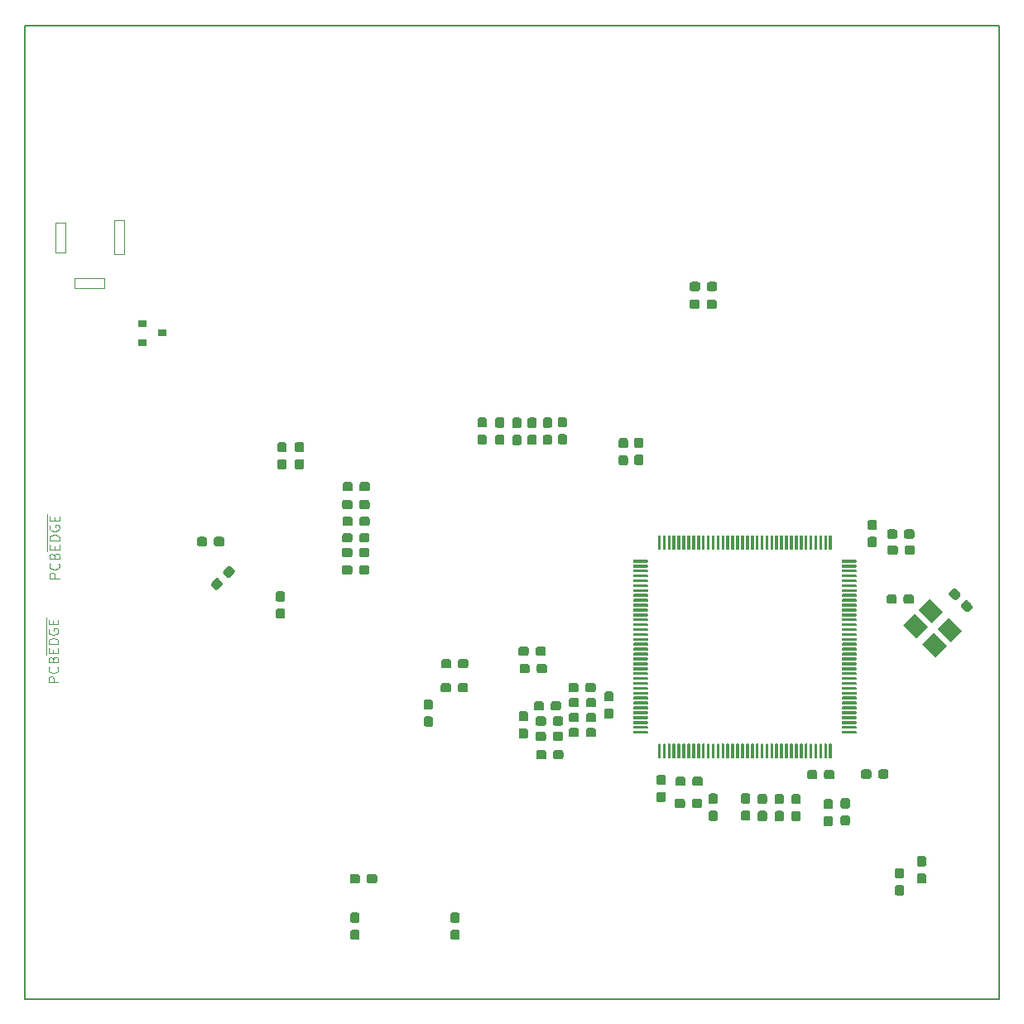
<source format=gbp>
G04 #@! TF.GenerationSoftware,KiCad,Pcbnew,6.0.0-unknown-cbea514~86~ubuntu18.04.1*
G04 #@! TF.CreationDate,2019-06-13T15:59:29-05:00*
G04 #@! TF.ProjectId,power,706f7765-722e-46b6-9963-61645f706362,rev?*
G04 #@! TF.SameCoordinates,Original*
G04 #@! TF.FileFunction,Paste,Bot*
G04 #@! TF.FilePolarity,Positive*
%FSLAX46Y46*%
G04 Gerber Fmt 4.6, Leading zero omitted, Abs format (unit mm)*
G04 Created by KiCad (PCBNEW 6.0.0-unknown-cbea514~86~ubuntu18.04.1) date 2019-06-13 15:59:29*
%MOMM*%
%LPD*%
G04 APERTURE LIST*
%ADD10C,0.150000*%
%ADD11C,0.050000*%
G04 #@! TA.AperFunction,NonConductor*
%ADD12C,0.000100*%
G04 #@! TD*
%ADD13C,0.950000*%
%ADD14C,0.300000*%
%ADD15C,1.650000*%
%ADD16R,0.900000X0.800000*%
G04 APERTURE END LIST*
D10*
X51272440Y-114810540D02*
X51272440Y-15240000D01*
X150876000Y-114810540D02*
X51272440Y-114810540D01*
X150876000Y-15240000D02*
X150876000Y-114808000D01*
X51272440Y-15240000D02*
X150876000Y-15240000D01*
G04 #@! TO.C,J8*
D11*
X54670590Y-82419076D02*
X53670590Y-82419076D01*
X53670590Y-82038124D01*
X53718210Y-81942886D01*
X53765829Y-81895267D01*
X53861067Y-81847648D01*
X54003924Y-81847648D01*
X54099162Y-81895267D01*
X54146781Y-81942886D01*
X54194400Y-82038124D01*
X54194400Y-82419076D01*
X54575352Y-80847648D02*
X54622971Y-80895267D01*
X54670590Y-81038124D01*
X54670590Y-81133362D01*
X54622971Y-81276219D01*
X54527733Y-81371457D01*
X54432495Y-81419076D01*
X54242019Y-81466695D01*
X54099162Y-81466695D01*
X53908686Y-81419076D01*
X53813448Y-81371457D01*
X53718210Y-81276219D01*
X53670590Y-81133362D01*
X53670590Y-81038124D01*
X53718210Y-80895267D01*
X53765829Y-80847648D01*
X54146781Y-80085743D02*
X54194400Y-79942886D01*
X54242019Y-79895267D01*
X54337257Y-79847648D01*
X54480114Y-79847648D01*
X54575352Y-79895267D01*
X54622971Y-79942886D01*
X54670590Y-80038124D01*
X54670590Y-80419076D01*
X53670590Y-80419076D01*
X53670590Y-80085743D01*
X53718210Y-79990505D01*
X53765829Y-79942886D01*
X53861067Y-79895267D01*
X53956305Y-79895267D01*
X54051543Y-79942886D01*
X54099162Y-79990505D01*
X54146781Y-80085743D01*
X54146781Y-80419076D01*
X53433210Y-79657171D02*
X53433210Y-78752410D01*
X54146781Y-79419076D02*
X54146781Y-79085743D01*
X54670590Y-78942886D02*
X54670590Y-79419076D01*
X53670590Y-79419076D01*
X53670590Y-78942886D01*
X53433210Y-78752410D02*
X53433210Y-77752410D01*
X54670590Y-78514314D02*
X53670590Y-78514314D01*
X53670590Y-78276219D01*
X53718210Y-78133362D01*
X53813448Y-78038124D01*
X53908686Y-77990505D01*
X54099162Y-77942886D01*
X54242019Y-77942886D01*
X54432495Y-77990505D01*
X54527733Y-78038124D01*
X54622971Y-78133362D01*
X54670590Y-78276219D01*
X54670590Y-78514314D01*
X53433210Y-77752410D02*
X53433210Y-76752410D01*
X53718210Y-76990505D02*
X53670590Y-77085743D01*
X53670590Y-77228600D01*
X53718210Y-77371457D01*
X53813448Y-77466695D01*
X53908686Y-77514314D01*
X54099162Y-77561933D01*
X54242019Y-77561933D01*
X54432495Y-77514314D01*
X54527733Y-77466695D01*
X54622971Y-77371457D01*
X54670590Y-77228600D01*
X54670590Y-77133362D01*
X54622971Y-76990505D01*
X54575352Y-76942886D01*
X54242019Y-76942886D01*
X54242019Y-77133362D01*
X53433210Y-76752410D02*
X53433210Y-75847648D01*
X54146781Y-76514314D02*
X54146781Y-76180981D01*
X54670590Y-76038124D02*
X54670590Y-76514314D01*
X53670590Y-76514314D01*
X53670590Y-76038124D01*
G04 #@! TO.C,J7*
X54777270Y-71836036D02*
X53777270Y-71836036D01*
X53777270Y-71455084D01*
X53824890Y-71359846D01*
X53872509Y-71312227D01*
X53967747Y-71264608D01*
X54110604Y-71264608D01*
X54205842Y-71312227D01*
X54253461Y-71359846D01*
X54301080Y-71455084D01*
X54301080Y-71836036D01*
X54682032Y-70264608D02*
X54729651Y-70312227D01*
X54777270Y-70455084D01*
X54777270Y-70550322D01*
X54729651Y-70693179D01*
X54634413Y-70788417D01*
X54539175Y-70836036D01*
X54348699Y-70883655D01*
X54205842Y-70883655D01*
X54015366Y-70836036D01*
X53920128Y-70788417D01*
X53824890Y-70693179D01*
X53777270Y-70550322D01*
X53777270Y-70455084D01*
X53824890Y-70312227D01*
X53872509Y-70264608D01*
X54253461Y-69502703D02*
X54301080Y-69359846D01*
X54348699Y-69312227D01*
X54443937Y-69264608D01*
X54586794Y-69264608D01*
X54682032Y-69312227D01*
X54729651Y-69359846D01*
X54777270Y-69455084D01*
X54777270Y-69836036D01*
X53777270Y-69836036D01*
X53777270Y-69502703D01*
X53824890Y-69407465D01*
X53872509Y-69359846D01*
X53967747Y-69312227D01*
X54062985Y-69312227D01*
X54158223Y-69359846D01*
X54205842Y-69407465D01*
X54253461Y-69502703D01*
X54253461Y-69836036D01*
X53539890Y-69074131D02*
X53539890Y-68169370D01*
X54253461Y-68836036D02*
X54253461Y-68502703D01*
X54777270Y-68359846D02*
X54777270Y-68836036D01*
X53777270Y-68836036D01*
X53777270Y-68359846D01*
X53539890Y-68169370D02*
X53539890Y-67169370D01*
X54777270Y-67931274D02*
X53777270Y-67931274D01*
X53777270Y-67693179D01*
X53824890Y-67550322D01*
X53920128Y-67455084D01*
X54015366Y-67407465D01*
X54205842Y-67359846D01*
X54348699Y-67359846D01*
X54539175Y-67407465D01*
X54634413Y-67455084D01*
X54729651Y-67550322D01*
X54777270Y-67693179D01*
X54777270Y-67931274D01*
X53539890Y-67169370D02*
X53539890Y-66169370D01*
X53824890Y-66407465D02*
X53777270Y-66502703D01*
X53777270Y-66645560D01*
X53824890Y-66788417D01*
X53920128Y-66883655D01*
X54015366Y-66931274D01*
X54205842Y-66978893D01*
X54348699Y-66978893D01*
X54539175Y-66931274D01*
X54634413Y-66883655D01*
X54729651Y-66788417D01*
X54777270Y-66645560D01*
X54777270Y-66550322D01*
X54729651Y-66407465D01*
X54682032Y-66359846D01*
X54348699Y-66359846D01*
X54348699Y-66550322D01*
X53539890Y-66169370D02*
X53539890Y-65264608D01*
X54253461Y-65931274D02*
X54253461Y-65597941D01*
X54777270Y-65455084D02*
X54777270Y-65931274D01*
X53777270Y-65931274D01*
X53777270Y-65455084D01*
D12*
G04 #@! TO.C,J2*
X56361200Y-41130600D02*
X59361200Y-41130600D01*
X56361200Y-42130600D02*
X56361200Y-41130600D01*
X59361200Y-42130600D02*
X56361200Y-42130600D01*
X59361200Y-41130600D02*
X59361200Y-42130600D01*
X54361200Y-38430600D02*
X54361200Y-35430600D01*
X55361200Y-38430600D02*
X54361200Y-38430600D01*
X55361200Y-35430600D02*
X55361200Y-38430600D01*
X54361200Y-35430600D02*
X55361200Y-35430600D01*
X60361200Y-38680600D02*
X60361200Y-35180600D01*
X61361200Y-38680600D02*
X60361200Y-38680600D01*
X61361200Y-35180600D02*
X61361200Y-38680600D01*
X60361200Y-35180600D02*
X61361200Y-35180600D01*
G04 #@! TD*
D10*
G04 #@! TO.C,C13*
G36*
X132145360Y-91422413D02*
G01*
X132225257Y-91480461D01*
X132274636Y-91565988D01*
X132286260Y-91639380D01*
X132286260Y-92114380D01*
X132265727Y-92210980D01*
X132207679Y-92290877D01*
X132122152Y-92340256D01*
X132048760Y-92351880D01*
X131473760Y-92351880D01*
X131377160Y-92331347D01*
X131297263Y-92273299D01*
X131247884Y-92187772D01*
X131236260Y-92114380D01*
X131236260Y-91639380D01*
X131256793Y-91542780D01*
X131314841Y-91462883D01*
X131400368Y-91413504D01*
X131473760Y-91401880D01*
X132048760Y-91401880D01*
X132145360Y-91422413D01*
X132145360Y-91422413D01*
G37*
D13*
X131761260Y-91876880D03*
D10*
G36*
X133895360Y-91422413D02*
G01*
X133975257Y-91480461D01*
X134024636Y-91565988D01*
X134036260Y-91639380D01*
X134036260Y-92114380D01*
X134015727Y-92210980D01*
X133957679Y-92290877D01*
X133872152Y-92340256D01*
X133798760Y-92351880D01*
X133223760Y-92351880D01*
X133127160Y-92331347D01*
X133047263Y-92273299D01*
X132997884Y-92187772D01*
X132986260Y-92114380D01*
X132986260Y-91639380D01*
X133006793Y-91542780D01*
X133064841Y-91462883D01*
X133150368Y-91413504D01*
X133223760Y-91401880D01*
X133798760Y-91401880D01*
X133895360Y-91422413D01*
X133895360Y-91422413D01*
G37*
D13*
X133511260Y-91876880D03*
G04 #@! TD*
D10*
G04 #@! TO.C,U10*
G36*
X114946307Y-69910676D02*
G01*
X114968274Y-69963709D01*
X114968274Y-70113709D01*
X114946307Y-70166742D01*
X114893274Y-70188709D01*
X113568274Y-70188709D01*
X113515241Y-70166742D01*
X113493274Y-70113709D01*
X113493274Y-69963709D01*
X113515241Y-69910676D01*
X113568274Y-69888709D01*
X114893274Y-69888709D01*
X114946307Y-69910676D01*
X114946307Y-69910676D01*
G37*
D14*
X114230774Y-70038709D03*
D10*
G36*
X114946307Y-70410676D02*
G01*
X114968274Y-70463709D01*
X114968274Y-70613709D01*
X114946307Y-70666742D01*
X114893274Y-70688709D01*
X113568274Y-70688709D01*
X113515241Y-70666742D01*
X113493274Y-70613709D01*
X113493274Y-70463709D01*
X113515241Y-70410676D01*
X113568274Y-70388709D01*
X114893274Y-70388709D01*
X114946307Y-70410676D01*
X114946307Y-70410676D01*
G37*
D14*
X114230774Y-70538709D03*
D10*
G36*
X114946307Y-70910676D02*
G01*
X114968274Y-70963709D01*
X114968274Y-71113709D01*
X114946307Y-71166742D01*
X114893274Y-71188709D01*
X113568274Y-71188709D01*
X113515241Y-71166742D01*
X113493274Y-71113709D01*
X113493274Y-70963709D01*
X113515241Y-70910676D01*
X113568274Y-70888709D01*
X114893274Y-70888709D01*
X114946307Y-70910676D01*
X114946307Y-70910676D01*
G37*
D14*
X114230774Y-71038709D03*
D10*
G36*
X114946307Y-71410676D02*
G01*
X114968274Y-71463709D01*
X114968274Y-71613709D01*
X114946307Y-71666742D01*
X114893274Y-71688709D01*
X113568274Y-71688709D01*
X113515241Y-71666742D01*
X113493274Y-71613709D01*
X113493274Y-71463709D01*
X113515241Y-71410676D01*
X113568274Y-71388709D01*
X114893274Y-71388709D01*
X114946307Y-71410676D01*
X114946307Y-71410676D01*
G37*
D14*
X114230774Y-71538709D03*
D10*
G36*
X114946307Y-71910676D02*
G01*
X114968274Y-71963709D01*
X114968274Y-72113709D01*
X114946307Y-72166742D01*
X114893274Y-72188709D01*
X113568274Y-72188709D01*
X113515241Y-72166742D01*
X113493274Y-72113709D01*
X113493274Y-71963709D01*
X113515241Y-71910676D01*
X113568274Y-71888709D01*
X114893274Y-71888709D01*
X114946307Y-71910676D01*
X114946307Y-71910676D01*
G37*
D14*
X114230774Y-72038709D03*
D10*
G36*
X114946307Y-72410676D02*
G01*
X114968274Y-72463709D01*
X114968274Y-72613709D01*
X114946307Y-72666742D01*
X114893274Y-72688709D01*
X113568274Y-72688709D01*
X113515241Y-72666742D01*
X113493274Y-72613709D01*
X113493274Y-72463709D01*
X113515241Y-72410676D01*
X113568274Y-72388709D01*
X114893274Y-72388709D01*
X114946307Y-72410676D01*
X114946307Y-72410676D01*
G37*
D14*
X114230774Y-72538709D03*
D10*
G36*
X114946307Y-72910676D02*
G01*
X114968274Y-72963709D01*
X114968274Y-73113709D01*
X114946307Y-73166742D01*
X114893274Y-73188709D01*
X113568274Y-73188709D01*
X113515241Y-73166742D01*
X113493274Y-73113709D01*
X113493274Y-72963709D01*
X113515241Y-72910676D01*
X113568274Y-72888709D01*
X114893274Y-72888709D01*
X114946307Y-72910676D01*
X114946307Y-72910676D01*
G37*
D14*
X114230774Y-73038709D03*
D10*
G36*
X114946307Y-73410676D02*
G01*
X114968274Y-73463709D01*
X114968274Y-73613709D01*
X114946307Y-73666742D01*
X114893274Y-73688709D01*
X113568274Y-73688709D01*
X113515241Y-73666742D01*
X113493274Y-73613709D01*
X113493274Y-73463709D01*
X113515241Y-73410676D01*
X113568274Y-73388709D01*
X114893274Y-73388709D01*
X114946307Y-73410676D01*
X114946307Y-73410676D01*
G37*
D14*
X114230774Y-73538709D03*
D10*
G36*
X114946307Y-73910676D02*
G01*
X114968274Y-73963709D01*
X114968274Y-74113709D01*
X114946307Y-74166742D01*
X114893274Y-74188709D01*
X113568274Y-74188709D01*
X113515241Y-74166742D01*
X113493274Y-74113709D01*
X113493274Y-73963709D01*
X113515241Y-73910676D01*
X113568274Y-73888709D01*
X114893274Y-73888709D01*
X114946307Y-73910676D01*
X114946307Y-73910676D01*
G37*
D14*
X114230774Y-74038709D03*
D10*
G36*
X114946307Y-74410676D02*
G01*
X114968274Y-74463709D01*
X114968274Y-74613709D01*
X114946307Y-74666742D01*
X114893274Y-74688709D01*
X113568274Y-74688709D01*
X113515241Y-74666742D01*
X113493274Y-74613709D01*
X113493274Y-74463709D01*
X113515241Y-74410676D01*
X113568274Y-74388709D01*
X114893274Y-74388709D01*
X114946307Y-74410676D01*
X114946307Y-74410676D01*
G37*
D14*
X114230774Y-74538709D03*
D10*
G36*
X114946307Y-74910676D02*
G01*
X114968274Y-74963709D01*
X114968274Y-75113709D01*
X114946307Y-75166742D01*
X114893274Y-75188709D01*
X113568274Y-75188709D01*
X113515241Y-75166742D01*
X113493274Y-75113709D01*
X113493274Y-74963709D01*
X113515241Y-74910676D01*
X113568274Y-74888709D01*
X114893274Y-74888709D01*
X114946307Y-74910676D01*
X114946307Y-74910676D01*
G37*
D14*
X114230774Y-75038709D03*
D10*
G36*
X114946307Y-75410676D02*
G01*
X114968274Y-75463709D01*
X114968274Y-75613709D01*
X114946307Y-75666742D01*
X114893274Y-75688709D01*
X113568274Y-75688709D01*
X113515241Y-75666742D01*
X113493274Y-75613709D01*
X113493274Y-75463709D01*
X113515241Y-75410676D01*
X113568274Y-75388709D01*
X114893274Y-75388709D01*
X114946307Y-75410676D01*
X114946307Y-75410676D01*
G37*
D14*
X114230774Y-75538709D03*
D10*
G36*
X114946307Y-75910676D02*
G01*
X114968274Y-75963709D01*
X114968274Y-76113709D01*
X114946307Y-76166742D01*
X114893274Y-76188709D01*
X113568274Y-76188709D01*
X113515241Y-76166742D01*
X113493274Y-76113709D01*
X113493274Y-75963709D01*
X113515241Y-75910676D01*
X113568274Y-75888709D01*
X114893274Y-75888709D01*
X114946307Y-75910676D01*
X114946307Y-75910676D01*
G37*
D14*
X114230774Y-76038709D03*
D10*
G36*
X114946307Y-76410676D02*
G01*
X114968274Y-76463709D01*
X114968274Y-76613709D01*
X114946307Y-76666742D01*
X114893274Y-76688709D01*
X113568274Y-76688709D01*
X113515241Y-76666742D01*
X113493274Y-76613709D01*
X113493274Y-76463709D01*
X113515241Y-76410676D01*
X113568274Y-76388709D01*
X114893274Y-76388709D01*
X114946307Y-76410676D01*
X114946307Y-76410676D01*
G37*
D14*
X114230774Y-76538709D03*
D10*
G36*
X114946307Y-76910676D02*
G01*
X114968274Y-76963709D01*
X114968274Y-77113709D01*
X114946307Y-77166742D01*
X114893274Y-77188709D01*
X113568274Y-77188709D01*
X113515241Y-77166742D01*
X113493274Y-77113709D01*
X113493274Y-76963709D01*
X113515241Y-76910676D01*
X113568274Y-76888709D01*
X114893274Y-76888709D01*
X114946307Y-76910676D01*
X114946307Y-76910676D01*
G37*
D14*
X114230774Y-77038709D03*
D10*
G36*
X114946307Y-77410676D02*
G01*
X114968274Y-77463709D01*
X114968274Y-77613709D01*
X114946307Y-77666742D01*
X114893274Y-77688709D01*
X113568274Y-77688709D01*
X113515241Y-77666742D01*
X113493274Y-77613709D01*
X113493274Y-77463709D01*
X113515241Y-77410676D01*
X113568274Y-77388709D01*
X114893274Y-77388709D01*
X114946307Y-77410676D01*
X114946307Y-77410676D01*
G37*
D14*
X114230774Y-77538709D03*
D10*
G36*
X114946307Y-77910676D02*
G01*
X114968274Y-77963709D01*
X114968274Y-78113709D01*
X114946307Y-78166742D01*
X114893274Y-78188709D01*
X113568274Y-78188709D01*
X113515241Y-78166742D01*
X113493274Y-78113709D01*
X113493274Y-77963709D01*
X113515241Y-77910676D01*
X113568274Y-77888709D01*
X114893274Y-77888709D01*
X114946307Y-77910676D01*
X114946307Y-77910676D01*
G37*
D14*
X114230774Y-78038709D03*
D10*
G36*
X114946307Y-78410676D02*
G01*
X114968274Y-78463709D01*
X114968274Y-78613709D01*
X114946307Y-78666742D01*
X114893274Y-78688709D01*
X113568274Y-78688709D01*
X113515241Y-78666742D01*
X113493274Y-78613709D01*
X113493274Y-78463709D01*
X113515241Y-78410676D01*
X113568274Y-78388709D01*
X114893274Y-78388709D01*
X114946307Y-78410676D01*
X114946307Y-78410676D01*
G37*
D14*
X114230774Y-78538709D03*
D10*
G36*
X114946307Y-78910676D02*
G01*
X114968274Y-78963709D01*
X114968274Y-79113709D01*
X114946307Y-79166742D01*
X114893274Y-79188709D01*
X113568274Y-79188709D01*
X113515241Y-79166742D01*
X113493274Y-79113709D01*
X113493274Y-78963709D01*
X113515241Y-78910676D01*
X113568274Y-78888709D01*
X114893274Y-78888709D01*
X114946307Y-78910676D01*
X114946307Y-78910676D01*
G37*
D14*
X114230774Y-79038709D03*
D10*
G36*
X114946307Y-79410676D02*
G01*
X114968274Y-79463709D01*
X114968274Y-79613709D01*
X114946307Y-79666742D01*
X114893274Y-79688709D01*
X113568274Y-79688709D01*
X113515241Y-79666742D01*
X113493274Y-79613709D01*
X113493274Y-79463709D01*
X113515241Y-79410676D01*
X113568274Y-79388709D01*
X114893274Y-79388709D01*
X114946307Y-79410676D01*
X114946307Y-79410676D01*
G37*
D14*
X114230774Y-79538709D03*
D10*
G36*
X114946307Y-79910676D02*
G01*
X114968274Y-79963709D01*
X114968274Y-80113709D01*
X114946307Y-80166742D01*
X114893274Y-80188709D01*
X113568274Y-80188709D01*
X113515241Y-80166742D01*
X113493274Y-80113709D01*
X113493274Y-79963709D01*
X113515241Y-79910676D01*
X113568274Y-79888709D01*
X114893274Y-79888709D01*
X114946307Y-79910676D01*
X114946307Y-79910676D01*
G37*
D14*
X114230774Y-80038709D03*
D10*
G36*
X114946307Y-80410676D02*
G01*
X114968274Y-80463709D01*
X114968274Y-80613709D01*
X114946307Y-80666742D01*
X114893274Y-80688709D01*
X113568274Y-80688709D01*
X113515241Y-80666742D01*
X113493274Y-80613709D01*
X113493274Y-80463709D01*
X113515241Y-80410676D01*
X113568274Y-80388709D01*
X114893274Y-80388709D01*
X114946307Y-80410676D01*
X114946307Y-80410676D01*
G37*
D14*
X114230774Y-80538709D03*
D10*
G36*
X114946307Y-80910676D02*
G01*
X114968274Y-80963709D01*
X114968274Y-81113709D01*
X114946307Y-81166742D01*
X114893274Y-81188709D01*
X113568274Y-81188709D01*
X113515241Y-81166742D01*
X113493274Y-81113709D01*
X113493274Y-80963709D01*
X113515241Y-80910676D01*
X113568274Y-80888709D01*
X114893274Y-80888709D01*
X114946307Y-80910676D01*
X114946307Y-80910676D01*
G37*
D14*
X114230774Y-81038709D03*
D10*
G36*
X114946307Y-81410676D02*
G01*
X114968274Y-81463709D01*
X114968274Y-81613709D01*
X114946307Y-81666742D01*
X114893274Y-81688709D01*
X113568274Y-81688709D01*
X113515241Y-81666742D01*
X113493274Y-81613709D01*
X113493274Y-81463709D01*
X113515241Y-81410676D01*
X113568274Y-81388709D01*
X114893274Y-81388709D01*
X114946307Y-81410676D01*
X114946307Y-81410676D01*
G37*
D14*
X114230774Y-81538709D03*
D10*
G36*
X114946307Y-81910676D02*
G01*
X114968274Y-81963709D01*
X114968274Y-82113709D01*
X114946307Y-82166742D01*
X114893274Y-82188709D01*
X113568274Y-82188709D01*
X113515241Y-82166742D01*
X113493274Y-82113709D01*
X113493274Y-81963709D01*
X113515241Y-81910676D01*
X113568274Y-81888709D01*
X114893274Y-81888709D01*
X114946307Y-81910676D01*
X114946307Y-81910676D01*
G37*
D14*
X114230774Y-82038709D03*
D10*
G36*
X114946307Y-82410676D02*
G01*
X114968274Y-82463709D01*
X114968274Y-82613709D01*
X114946307Y-82666742D01*
X114893274Y-82688709D01*
X113568274Y-82688709D01*
X113515241Y-82666742D01*
X113493274Y-82613709D01*
X113493274Y-82463709D01*
X113515241Y-82410676D01*
X113568274Y-82388709D01*
X114893274Y-82388709D01*
X114946307Y-82410676D01*
X114946307Y-82410676D01*
G37*
D14*
X114230774Y-82538709D03*
D10*
G36*
X114946307Y-82910676D02*
G01*
X114968274Y-82963709D01*
X114968274Y-83113709D01*
X114946307Y-83166742D01*
X114893274Y-83188709D01*
X113568274Y-83188709D01*
X113515241Y-83166742D01*
X113493274Y-83113709D01*
X113493274Y-82963709D01*
X113515241Y-82910676D01*
X113568274Y-82888709D01*
X114893274Y-82888709D01*
X114946307Y-82910676D01*
X114946307Y-82910676D01*
G37*
D14*
X114230774Y-83038709D03*
D10*
G36*
X114946307Y-83410676D02*
G01*
X114968274Y-83463709D01*
X114968274Y-83613709D01*
X114946307Y-83666742D01*
X114893274Y-83688709D01*
X113568274Y-83688709D01*
X113515241Y-83666742D01*
X113493274Y-83613709D01*
X113493274Y-83463709D01*
X113515241Y-83410676D01*
X113568274Y-83388709D01*
X114893274Y-83388709D01*
X114946307Y-83410676D01*
X114946307Y-83410676D01*
G37*
D14*
X114230774Y-83538709D03*
D10*
G36*
X114946307Y-83910676D02*
G01*
X114968274Y-83963709D01*
X114968274Y-84113709D01*
X114946307Y-84166742D01*
X114893274Y-84188709D01*
X113568274Y-84188709D01*
X113515241Y-84166742D01*
X113493274Y-84113709D01*
X113493274Y-83963709D01*
X113515241Y-83910676D01*
X113568274Y-83888709D01*
X114893274Y-83888709D01*
X114946307Y-83910676D01*
X114946307Y-83910676D01*
G37*
D14*
X114230774Y-84038709D03*
D10*
G36*
X114946307Y-84410676D02*
G01*
X114968274Y-84463709D01*
X114968274Y-84613709D01*
X114946307Y-84666742D01*
X114893274Y-84688709D01*
X113568274Y-84688709D01*
X113515241Y-84666742D01*
X113493274Y-84613709D01*
X113493274Y-84463709D01*
X113515241Y-84410676D01*
X113568274Y-84388709D01*
X114893274Y-84388709D01*
X114946307Y-84410676D01*
X114946307Y-84410676D01*
G37*
D14*
X114230774Y-84538709D03*
D10*
G36*
X114946307Y-84910676D02*
G01*
X114968274Y-84963709D01*
X114968274Y-85113709D01*
X114946307Y-85166742D01*
X114893274Y-85188709D01*
X113568274Y-85188709D01*
X113515241Y-85166742D01*
X113493274Y-85113709D01*
X113493274Y-84963709D01*
X113515241Y-84910676D01*
X113568274Y-84888709D01*
X114893274Y-84888709D01*
X114946307Y-84910676D01*
X114946307Y-84910676D01*
G37*
D14*
X114230774Y-85038709D03*
D10*
G36*
X114946307Y-85410676D02*
G01*
X114968274Y-85463709D01*
X114968274Y-85613709D01*
X114946307Y-85666742D01*
X114893274Y-85688709D01*
X113568274Y-85688709D01*
X113515241Y-85666742D01*
X113493274Y-85613709D01*
X113493274Y-85463709D01*
X113515241Y-85410676D01*
X113568274Y-85388709D01*
X114893274Y-85388709D01*
X114946307Y-85410676D01*
X114946307Y-85410676D01*
G37*
D14*
X114230774Y-85538709D03*
D10*
G36*
X114946307Y-85910676D02*
G01*
X114968274Y-85963709D01*
X114968274Y-86113709D01*
X114946307Y-86166742D01*
X114893274Y-86188709D01*
X113568274Y-86188709D01*
X113515241Y-86166742D01*
X113493274Y-86113709D01*
X113493274Y-85963709D01*
X113515241Y-85910676D01*
X113568274Y-85888709D01*
X114893274Y-85888709D01*
X114946307Y-85910676D01*
X114946307Y-85910676D01*
G37*
D14*
X114230774Y-86038709D03*
D10*
G36*
X114946307Y-86410676D02*
G01*
X114968274Y-86463709D01*
X114968274Y-86613709D01*
X114946307Y-86666742D01*
X114893274Y-86688709D01*
X113568274Y-86688709D01*
X113515241Y-86666742D01*
X113493274Y-86613709D01*
X113493274Y-86463709D01*
X113515241Y-86410676D01*
X113568274Y-86388709D01*
X114893274Y-86388709D01*
X114946307Y-86410676D01*
X114946307Y-86410676D01*
G37*
D14*
X114230774Y-86538709D03*
D10*
G36*
X114946307Y-86910676D02*
G01*
X114968274Y-86963709D01*
X114968274Y-87113709D01*
X114946307Y-87166742D01*
X114893274Y-87188709D01*
X113568274Y-87188709D01*
X113515241Y-87166742D01*
X113493274Y-87113709D01*
X113493274Y-86963709D01*
X113515241Y-86910676D01*
X113568274Y-86888709D01*
X114893274Y-86888709D01*
X114946307Y-86910676D01*
X114946307Y-86910676D01*
G37*
D14*
X114230774Y-87038709D03*
D10*
G36*
X114946307Y-87410676D02*
G01*
X114968274Y-87463709D01*
X114968274Y-87613709D01*
X114946307Y-87666742D01*
X114893274Y-87688709D01*
X113568274Y-87688709D01*
X113515241Y-87666742D01*
X113493274Y-87613709D01*
X113493274Y-87463709D01*
X113515241Y-87410676D01*
X113568274Y-87388709D01*
X114893274Y-87388709D01*
X114946307Y-87410676D01*
X114946307Y-87410676D01*
G37*
D14*
X114230774Y-87538709D03*
D10*
G36*
X116271307Y-88735676D02*
G01*
X116293274Y-88788709D01*
X116293274Y-90113709D01*
X116271307Y-90166742D01*
X116218274Y-90188709D01*
X116068274Y-90188709D01*
X116015241Y-90166742D01*
X115993274Y-90113709D01*
X115993274Y-88788709D01*
X116015241Y-88735676D01*
X116068274Y-88713709D01*
X116218274Y-88713709D01*
X116271307Y-88735676D01*
X116271307Y-88735676D01*
G37*
D14*
X116143274Y-89451209D03*
D10*
G36*
X116771307Y-88735676D02*
G01*
X116793274Y-88788709D01*
X116793274Y-90113709D01*
X116771307Y-90166742D01*
X116718274Y-90188709D01*
X116568274Y-90188709D01*
X116515241Y-90166742D01*
X116493274Y-90113709D01*
X116493274Y-88788709D01*
X116515241Y-88735676D01*
X116568274Y-88713709D01*
X116718274Y-88713709D01*
X116771307Y-88735676D01*
X116771307Y-88735676D01*
G37*
D14*
X116643274Y-89451209D03*
D10*
G36*
X117271307Y-88735676D02*
G01*
X117293274Y-88788709D01*
X117293274Y-90113709D01*
X117271307Y-90166742D01*
X117218274Y-90188709D01*
X117068274Y-90188709D01*
X117015241Y-90166742D01*
X116993274Y-90113709D01*
X116993274Y-88788709D01*
X117015241Y-88735676D01*
X117068274Y-88713709D01*
X117218274Y-88713709D01*
X117271307Y-88735676D01*
X117271307Y-88735676D01*
G37*
D14*
X117143274Y-89451209D03*
D10*
G36*
X117771307Y-88735676D02*
G01*
X117793274Y-88788709D01*
X117793274Y-90113709D01*
X117771307Y-90166742D01*
X117718274Y-90188709D01*
X117568274Y-90188709D01*
X117515241Y-90166742D01*
X117493274Y-90113709D01*
X117493274Y-88788709D01*
X117515241Y-88735676D01*
X117568274Y-88713709D01*
X117718274Y-88713709D01*
X117771307Y-88735676D01*
X117771307Y-88735676D01*
G37*
D14*
X117643274Y-89451209D03*
D10*
G36*
X118271307Y-88735676D02*
G01*
X118293274Y-88788709D01*
X118293274Y-90113709D01*
X118271307Y-90166742D01*
X118218274Y-90188709D01*
X118068274Y-90188709D01*
X118015241Y-90166742D01*
X117993274Y-90113709D01*
X117993274Y-88788709D01*
X118015241Y-88735676D01*
X118068274Y-88713709D01*
X118218274Y-88713709D01*
X118271307Y-88735676D01*
X118271307Y-88735676D01*
G37*
D14*
X118143274Y-89451209D03*
D10*
G36*
X118771307Y-88735676D02*
G01*
X118793274Y-88788709D01*
X118793274Y-90113709D01*
X118771307Y-90166742D01*
X118718274Y-90188709D01*
X118568274Y-90188709D01*
X118515241Y-90166742D01*
X118493274Y-90113709D01*
X118493274Y-88788709D01*
X118515241Y-88735676D01*
X118568274Y-88713709D01*
X118718274Y-88713709D01*
X118771307Y-88735676D01*
X118771307Y-88735676D01*
G37*
D14*
X118643274Y-89451209D03*
D10*
G36*
X119271307Y-88735676D02*
G01*
X119293274Y-88788709D01*
X119293274Y-90113709D01*
X119271307Y-90166742D01*
X119218274Y-90188709D01*
X119068274Y-90188709D01*
X119015241Y-90166742D01*
X118993274Y-90113709D01*
X118993274Y-88788709D01*
X119015241Y-88735676D01*
X119068274Y-88713709D01*
X119218274Y-88713709D01*
X119271307Y-88735676D01*
X119271307Y-88735676D01*
G37*
D14*
X119143274Y-89451209D03*
D10*
G36*
X119771307Y-88735676D02*
G01*
X119793274Y-88788709D01*
X119793274Y-90113709D01*
X119771307Y-90166742D01*
X119718274Y-90188709D01*
X119568274Y-90188709D01*
X119515241Y-90166742D01*
X119493274Y-90113709D01*
X119493274Y-88788709D01*
X119515241Y-88735676D01*
X119568274Y-88713709D01*
X119718274Y-88713709D01*
X119771307Y-88735676D01*
X119771307Y-88735676D01*
G37*
D14*
X119643274Y-89451209D03*
D10*
G36*
X120271307Y-88735676D02*
G01*
X120293274Y-88788709D01*
X120293274Y-90113709D01*
X120271307Y-90166742D01*
X120218274Y-90188709D01*
X120068274Y-90188709D01*
X120015241Y-90166742D01*
X119993274Y-90113709D01*
X119993274Y-88788709D01*
X120015241Y-88735676D01*
X120068274Y-88713709D01*
X120218274Y-88713709D01*
X120271307Y-88735676D01*
X120271307Y-88735676D01*
G37*
D14*
X120143274Y-89451209D03*
D10*
G36*
X120771307Y-88735676D02*
G01*
X120793274Y-88788709D01*
X120793274Y-90113709D01*
X120771307Y-90166742D01*
X120718274Y-90188709D01*
X120568274Y-90188709D01*
X120515241Y-90166742D01*
X120493274Y-90113709D01*
X120493274Y-88788709D01*
X120515241Y-88735676D01*
X120568274Y-88713709D01*
X120718274Y-88713709D01*
X120771307Y-88735676D01*
X120771307Y-88735676D01*
G37*
D14*
X120643274Y-89451209D03*
D10*
G36*
X121271307Y-88735676D02*
G01*
X121293274Y-88788709D01*
X121293274Y-90113709D01*
X121271307Y-90166742D01*
X121218274Y-90188709D01*
X121068274Y-90188709D01*
X121015241Y-90166742D01*
X120993274Y-90113709D01*
X120993274Y-88788709D01*
X121015241Y-88735676D01*
X121068274Y-88713709D01*
X121218274Y-88713709D01*
X121271307Y-88735676D01*
X121271307Y-88735676D01*
G37*
D14*
X121143274Y-89451209D03*
D10*
G36*
X121771307Y-88735676D02*
G01*
X121793274Y-88788709D01*
X121793274Y-90113709D01*
X121771307Y-90166742D01*
X121718274Y-90188709D01*
X121568274Y-90188709D01*
X121515241Y-90166742D01*
X121493274Y-90113709D01*
X121493274Y-88788709D01*
X121515241Y-88735676D01*
X121568274Y-88713709D01*
X121718274Y-88713709D01*
X121771307Y-88735676D01*
X121771307Y-88735676D01*
G37*
D14*
X121643274Y-89451209D03*
D10*
G36*
X122271307Y-88735676D02*
G01*
X122293274Y-88788709D01*
X122293274Y-90113709D01*
X122271307Y-90166742D01*
X122218274Y-90188709D01*
X122068274Y-90188709D01*
X122015241Y-90166742D01*
X121993274Y-90113709D01*
X121993274Y-88788709D01*
X122015241Y-88735676D01*
X122068274Y-88713709D01*
X122218274Y-88713709D01*
X122271307Y-88735676D01*
X122271307Y-88735676D01*
G37*
D14*
X122143274Y-89451209D03*
D10*
G36*
X122771307Y-88735676D02*
G01*
X122793274Y-88788709D01*
X122793274Y-90113709D01*
X122771307Y-90166742D01*
X122718274Y-90188709D01*
X122568274Y-90188709D01*
X122515241Y-90166742D01*
X122493274Y-90113709D01*
X122493274Y-88788709D01*
X122515241Y-88735676D01*
X122568274Y-88713709D01*
X122718274Y-88713709D01*
X122771307Y-88735676D01*
X122771307Y-88735676D01*
G37*
D14*
X122643274Y-89451209D03*
D10*
G36*
X123271307Y-88735676D02*
G01*
X123293274Y-88788709D01*
X123293274Y-90113709D01*
X123271307Y-90166742D01*
X123218274Y-90188709D01*
X123068274Y-90188709D01*
X123015241Y-90166742D01*
X122993274Y-90113709D01*
X122993274Y-88788709D01*
X123015241Y-88735676D01*
X123068274Y-88713709D01*
X123218274Y-88713709D01*
X123271307Y-88735676D01*
X123271307Y-88735676D01*
G37*
D14*
X123143274Y-89451209D03*
D10*
G36*
X123771307Y-88735676D02*
G01*
X123793274Y-88788709D01*
X123793274Y-90113709D01*
X123771307Y-90166742D01*
X123718274Y-90188709D01*
X123568274Y-90188709D01*
X123515241Y-90166742D01*
X123493274Y-90113709D01*
X123493274Y-88788709D01*
X123515241Y-88735676D01*
X123568274Y-88713709D01*
X123718274Y-88713709D01*
X123771307Y-88735676D01*
X123771307Y-88735676D01*
G37*
D14*
X123643274Y-89451209D03*
D10*
G36*
X124271307Y-88735676D02*
G01*
X124293274Y-88788709D01*
X124293274Y-90113709D01*
X124271307Y-90166742D01*
X124218274Y-90188709D01*
X124068274Y-90188709D01*
X124015241Y-90166742D01*
X123993274Y-90113709D01*
X123993274Y-88788709D01*
X124015241Y-88735676D01*
X124068274Y-88713709D01*
X124218274Y-88713709D01*
X124271307Y-88735676D01*
X124271307Y-88735676D01*
G37*
D14*
X124143274Y-89451209D03*
D10*
G36*
X124771307Y-88735676D02*
G01*
X124793274Y-88788709D01*
X124793274Y-90113709D01*
X124771307Y-90166742D01*
X124718274Y-90188709D01*
X124568274Y-90188709D01*
X124515241Y-90166742D01*
X124493274Y-90113709D01*
X124493274Y-88788709D01*
X124515241Y-88735676D01*
X124568274Y-88713709D01*
X124718274Y-88713709D01*
X124771307Y-88735676D01*
X124771307Y-88735676D01*
G37*
D14*
X124643274Y-89451209D03*
D10*
G36*
X125271307Y-88735676D02*
G01*
X125293274Y-88788709D01*
X125293274Y-90113709D01*
X125271307Y-90166742D01*
X125218274Y-90188709D01*
X125068274Y-90188709D01*
X125015241Y-90166742D01*
X124993274Y-90113709D01*
X124993274Y-88788709D01*
X125015241Y-88735676D01*
X125068274Y-88713709D01*
X125218274Y-88713709D01*
X125271307Y-88735676D01*
X125271307Y-88735676D01*
G37*
D14*
X125143274Y-89451209D03*
D10*
G36*
X125771307Y-88735676D02*
G01*
X125793274Y-88788709D01*
X125793274Y-90113709D01*
X125771307Y-90166742D01*
X125718274Y-90188709D01*
X125568274Y-90188709D01*
X125515241Y-90166742D01*
X125493274Y-90113709D01*
X125493274Y-88788709D01*
X125515241Y-88735676D01*
X125568274Y-88713709D01*
X125718274Y-88713709D01*
X125771307Y-88735676D01*
X125771307Y-88735676D01*
G37*
D14*
X125643274Y-89451209D03*
D10*
G36*
X126271307Y-88735676D02*
G01*
X126293274Y-88788709D01*
X126293274Y-90113709D01*
X126271307Y-90166742D01*
X126218274Y-90188709D01*
X126068274Y-90188709D01*
X126015241Y-90166742D01*
X125993274Y-90113709D01*
X125993274Y-88788709D01*
X126015241Y-88735676D01*
X126068274Y-88713709D01*
X126218274Y-88713709D01*
X126271307Y-88735676D01*
X126271307Y-88735676D01*
G37*
D14*
X126143274Y-89451209D03*
D10*
G36*
X126771307Y-88735676D02*
G01*
X126793274Y-88788709D01*
X126793274Y-90113709D01*
X126771307Y-90166742D01*
X126718274Y-90188709D01*
X126568274Y-90188709D01*
X126515241Y-90166742D01*
X126493274Y-90113709D01*
X126493274Y-88788709D01*
X126515241Y-88735676D01*
X126568274Y-88713709D01*
X126718274Y-88713709D01*
X126771307Y-88735676D01*
X126771307Y-88735676D01*
G37*
D14*
X126643274Y-89451209D03*
D10*
G36*
X127271307Y-88735676D02*
G01*
X127293274Y-88788709D01*
X127293274Y-90113709D01*
X127271307Y-90166742D01*
X127218274Y-90188709D01*
X127068274Y-90188709D01*
X127015241Y-90166742D01*
X126993274Y-90113709D01*
X126993274Y-88788709D01*
X127015241Y-88735676D01*
X127068274Y-88713709D01*
X127218274Y-88713709D01*
X127271307Y-88735676D01*
X127271307Y-88735676D01*
G37*
D14*
X127143274Y-89451209D03*
D10*
G36*
X127771307Y-88735676D02*
G01*
X127793274Y-88788709D01*
X127793274Y-90113709D01*
X127771307Y-90166742D01*
X127718274Y-90188709D01*
X127568274Y-90188709D01*
X127515241Y-90166742D01*
X127493274Y-90113709D01*
X127493274Y-88788709D01*
X127515241Y-88735676D01*
X127568274Y-88713709D01*
X127718274Y-88713709D01*
X127771307Y-88735676D01*
X127771307Y-88735676D01*
G37*
D14*
X127643274Y-89451209D03*
D10*
G36*
X128271307Y-88735676D02*
G01*
X128293274Y-88788709D01*
X128293274Y-90113709D01*
X128271307Y-90166742D01*
X128218274Y-90188709D01*
X128068274Y-90188709D01*
X128015241Y-90166742D01*
X127993274Y-90113709D01*
X127993274Y-88788709D01*
X128015241Y-88735676D01*
X128068274Y-88713709D01*
X128218274Y-88713709D01*
X128271307Y-88735676D01*
X128271307Y-88735676D01*
G37*
D14*
X128143274Y-89451209D03*
D10*
G36*
X128771307Y-88735676D02*
G01*
X128793274Y-88788709D01*
X128793274Y-90113709D01*
X128771307Y-90166742D01*
X128718274Y-90188709D01*
X128568274Y-90188709D01*
X128515241Y-90166742D01*
X128493274Y-90113709D01*
X128493274Y-88788709D01*
X128515241Y-88735676D01*
X128568274Y-88713709D01*
X128718274Y-88713709D01*
X128771307Y-88735676D01*
X128771307Y-88735676D01*
G37*
D14*
X128643274Y-89451209D03*
D10*
G36*
X129271307Y-88735676D02*
G01*
X129293274Y-88788709D01*
X129293274Y-90113709D01*
X129271307Y-90166742D01*
X129218274Y-90188709D01*
X129068274Y-90188709D01*
X129015241Y-90166742D01*
X128993274Y-90113709D01*
X128993274Y-88788709D01*
X129015241Y-88735676D01*
X129068274Y-88713709D01*
X129218274Y-88713709D01*
X129271307Y-88735676D01*
X129271307Y-88735676D01*
G37*
D14*
X129143274Y-89451209D03*
D10*
G36*
X129771307Y-88735676D02*
G01*
X129793274Y-88788709D01*
X129793274Y-90113709D01*
X129771307Y-90166742D01*
X129718274Y-90188709D01*
X129568274Y-90188709D01*
X129515241Y-90166742D01*
X129493274Y-90113709D01*
X129493274Y-88788709D01*
X129515241Y-88735676D01*
X129568274Y-88713709D01*
X129718274Y-88713709D01*
X129771307Y-88735676D01*
X129771307Y-88735676D01*
G37*
D14*
X129643274Y-89451209D03*
D10*
G36*
X130271307Y-88735676D02*
G01*
X130293274Y-88788709D01*
X130293274Y-90113709D01*
X130271307Y-90166742D01*
X130218274Y-90188709D01*
X130068274Y-90188709D01*
X130015241Y-90166742D01*
X129993274Y-90113709D01*
X129993274Y-88788709D01*
X130015241Y-88735676D01*
X130068274Y-88713709D01*
X130218274Y-88713709D01*
X130271307Y-88735676D01*
X130271307Y-88735676D01*
G37*
D14*
X130143274Y-89451209D03*
D10*
G36*
X130771307Y-88735676D02*
G01*
X130793274Y-88788709D01*
X130793274Y-90113709D01*
X130771307Y-90166742D01*
X130718274Y-90188709D01*
X130568274Y-90188709D01*
X130515241Y-90166742D01*
X130493274Y-90113709D01*
X130493274Y-88788709D01*
X130515241Y-88735676D01*
X130568274Y-88713709D01*
X130718274Y-88713709D01*
X130771307Y-88735676D01*
X130771307Y-88735676D01*
G37*
D14*
X130643274Y-89451209D03*
D10*
G36*
X131271307Y-88735676D02*
G01*
X131293274Y-88788709D01*
X131293274Y-90113709D01*
X131271307Y-90166742D01*
X131218274Y-90188709D01*
X131068274Y-90188709D01*
X131015241Y-90166742D01*
X130993274Y-90113709D01*
X130993274Y-88788709D01*
X131015241Y-88735676D01*
X131068274Y-88713709D01*
X131218274Y-88713709D01*
X131271307Y-88735676D01*
X131271307Y-88735676D01*
G37*
D14*
X131143274Y-89451209D03*
D10*
G36*
X131771307Y-88735676D02*
G01*
X131793274Y-88788709D01*
X131793274Y-90113709D01*
X131771307Y-90166742D01*
X131718274Y-90188709D01*
X131568274Y-90188709D01*
X131515241Y-90166742D01*
X131493274Y-90113709D01*
X131493274Y-88788709D01*
X131515241Y-88735676D01*
X131568274Y-88713709D01*
X131718274Y-88713709D01*
X131771307Y-88735676D01*
X131771307Y-88735676D01*
G37*
D14*
X131643274Y-89451209D03*
D10*
G36*
X132271307Y-88735676D02*
G01*
X132293274Y-88788709D01*
X132293274Y-90113709D01*
X132271307Y-90166742D01*
X132218274Y-90188709D01*
X132068274Y-90188709D01*
X132015241Y-90166742D01*
X131993274Y-90113709D01*
X131993274Y-88788709D01*
X132015241Y-88735676D01*
X132068274Y-88713709D01*
X132218274Y-88713709D01*
X132271307Y-88735676D01*
X132271307Y-88735676D01*
G37*
D14*
X132143274Y-89451209D03*
D10*
G36*
X132771307Y-88735676D02*
G01*
X132793274Y-88788709D01*
X132793274Y-90113709D01*
X132771307Y-90166742D01*
X132718274Y-90188709D01*
X132568274Y-90188709D01*
X132515241Y-90166742D01*
X132493274Y-90113709D01*
X132493274Y-88788709D01*
X132515241Y-88735676D01*
X132568274Y-88713709D01*
X132718274Y-88713709D01*
X132771307Y-88735676D01*
X132771307Y-88735676D01*
G37*
D14*
X132643274Y-89451209D03*
D10*
G36*
X133271307Y-88735676D02*
G01*
X133293274Y-88788709D01*
X133293274Y-90113709D01*
X133271307Y-90166742D01*
X133218274Y-90188709D01*
X133068274Y-90188709D01*
X133015241Y-90166742D01*
X132993274Y-90113709D01*
X132993274Y-88788709D01*
X133015241Y-88735676D01*
X133068274Y-88713709D01*
X133218274Y-88713709D01*
X133271307Y-88735676D01*
X133271307Y-88735676D01*
G37*
D14*
X133143274Y-89451209D03*
D10*
G36*
X133771307Y-88735676D02*
G01*
X133793274Y-88788709D01*
X133793274Y-90113709D01*
X133771307Y-90166742D01*
X133718274Y-90188709D01*
X133568274Y-90188709D01*
X133515241Y-90166742D01*
X133493274Y-90113709D01*
X133493274Y-88788709D01*
X133515241Y-88735676D01*
X133568274Y-88713709D01*
X133718274Y-88713709D01*
X133771307Y-88735676D01*
X133771307Y-88735676D01*
G37*
D14*
X133643274Y-89451209D03*
D10*
G36*
X136271307Y-87410676D02*
G01*
X136293274Y-87463709D01*
X136293274Y-87613709D01*
X136271307Y-87666742D01*
X136218274Y-87688709D01*
X134893274Y-87688709D01*
X134840241Y-87666742D01*
X134818274Y-87613709D01*
X134818274Y-87463709D01*
X134840241Y-87410676D01*
X134893274Y-87388709D01*
X136218274Y-87388709D01*
X136271307Y-87410676D01*
X136271307Y-87410676D01*
G37*
D14*
X135555774Y-87538709D03*
D10*
G36*
X136271307Y-86910676D02*
G01*
X136293274Y-86963709D01*
X136293274Y-87113709D01*
X136271307Y-87166742D01*
X136218274Y-87188709D01*
X134893274Y-87188709D01*
X134840241Y-87166742D01*
X134818274Y-87113709D01*
X134818274Y-86963709D01*
X134840241Y-86910676D01*
X134893274Y-86888709D01*
X136218274Y-86888709D01*
X136271307Y-86910676D01*
X136271307Y-86910676D01*
G37*
D14*
X135555774Y-87038709D03*
D10*
G36*
X136271307Y-86410676D02*
G01*
X136293274Y-86463709D01*
X136293274Y-86613709D01*
X136271307Y-86666742D01*
X136218274Y-86688709D01*
X134893274Y-86688709D01*
X134840241Y-86666742D01*
X134818274Y-86613709D01*
X134818274Y-86463709D01*
X134840241Y-86410676D01*
X134893274Y-86388709D01*
X136218274Y-86388709D01*
X136271307Y-86410676D01*
X136271307Y-86410676D01*
G37*
D14*
X135555774Y-86538709D03*
D10*
G36*
X136271307Y-85910676D02*
G01*
X136293274Y-85963709D01*
X136293274Y-86113709D01*
X136271307Y-86166742D01*
X136218274Y-86188709D01*
X134893274Y-86188709D01*
X134840241Y-86166742D01*
X134818274Y-86113709D01*
X134818274Y-85963709D01*
X134840241Y-85910676D01*
X134893274Y-85888709D01*
X136218274Y-85888709D01*
X136271307Y-85910676D01*
X136271307Y-85910676D01*
G37*
D14*
X135555774Y-86038709D03*
D10*
G36*
X136271307Y-85410676D02*
G01*
X136293274Y-85463709D01*
X136293274Y-85613709D01*
X136271307Y-85666742D01*
X136218274Y-85688709D01*
X134893274Y-85688709D01*
X134840241Y-85666742D01*
X134818274Y-85613709D01*
X134818274Y-85463709D01*
X134840241Y-85410676D01*
X134893274Y-85388709D01*
X136218274Y-85388709D01*
X136271307Y-85410676D01*
X136271307Y-85410676D01*
G37*
D14*
X135555774Y-85538709D03*
D10*
G36*
X136271307Y-84910676D02*
G01*
X136293274Y-84963709D01*
X136293274Y-85113709D01*
X136271307Y-85166742D01*
X136218274Y-85188709D01*
X134893274Y-85188709D01*
X134840241Y-85166742D01*
X134818274Y-85113709D01*
X134818274Y-84963709D01*
X134840241Y-84910676D01*
X134893274Y-84888709D01*
X136218274Y-84888709D01*
X136271307Y-84910676D01*
X136271307Y-84910676D01*
G37*
D14*
X135555774Y-85038709D03*
D10*
G36*
X136271307Y-84410676D02*
G01*
X136293274Y-84463709D01*
X136293274Y-84613709D01*
X136271307Y-84666742D01*
X136218274Y-84688709D01*
X134893274Y-84688709D01*
X134840241Y-84666742D01*
X134818274Y-84613709D01*
X134818274Y-84463709D01*
X134840241Y-84410676D01*
X134893274Y-84388709D01*
X136218274Y-84388709D01*
X136271307Y-84410676D01*
X136271307Y-84410676D01*
G37*
D14*
X135555774Y-84538709D03*
D10*
G36*
X136271307Y-83910676D02*
G01*
X136293274Y-83963709D01*
X136293274Y-84113709D01*
X136271307Y-84166742D01*
X136218274Y-84188709D01*
X134893274Y-84188709D01*
X134840241Y-84166742D01*
X134818274Y-84113709D01*
X134818274Y-83963709D01*
X134840241Y-83910676D01*
X134893274Y-83888709D01*
X136218274Y-83888709D01*
X136271307Y-83910676D01*
X136271307Y-83910676D01*
G37*
D14*
X135555774Y-84038709D03*
D10*
G36*
X136271307Y-83410676D02*
G01*
X136293274Y-83463709D01*
X136293274Y-83613709D01*
X136271307Y-83666742D01*
X136218274Y-83688709D01*
X134893274Y-83688709D01*
X134840241Y-83666742D01*
X134818274Y-83613709D01*
X134818274Y-83463709D01*
X134840241Y-83410676D01*
X134893274Y-83388709D01*
X136218274Y-83388709D01*
X136271307Y-83410676D01*
X136271307Y-83410676D01*
G37*
D14*
X135555774Y-83538709D03*
D10*
G36*
X136271307Y-82910676D02*
G01*
X136293274Y-82963709D01*
X136293274Y-83113709D01*
X136271307Y-83166742D01*
X136218274Y-83188709D01*
X134893274Y-83188709D01*
X134840241Y-83166742D01*
X134818274Y-83113709D01*
X134818274Y-82963709D01*
X134840241Y-82910676D01*
X134893274Y-82888709D01*
X136218274Y-82888709D01*
X136271307Y-82910676D01*
X136271307Y-82910676D01*
G37*
D14*
X135555774Y-83038709D03*
D10*
G36*
X136271307Y-82410676D02*
G01*
X136293274Y-82463709D01*
X136293274Y-82613709D01*
X136271307Y-82666742D01*
X136218274Y-82688709D01*
X134893274Y-82688709D01*
X134840241Y-82666742D01*
X134818274Y-82613709D01*
X134818274Y-82463709D01*
X134840241Y-82410676D01*
X134893274Y-82388709D01*
X136218274Y-82388709D01*
X136271307Y-82410676D01*
X136271307Y-82410676D01*
G37*
D14*
X135555774Y-82538709D03*
D10*
G36*
X136271307Y-81910676D02*
G01*
X136293274Y-81963709D01*
X136293274Y-82113709D01*
X136271307Y-82166742D01*
X136218274Y-82188709D01*
X134893274Y-82188709D01*
X134840241Y-82166742D01*
X134818274Y-82113709D01*
X134818274Y-81963709D01*
X134840241Y-81910676D01*
X134893274Y-81888709D01*
X136218274Y-81888709D01*
X136271307Y-81910676D01*
X136271307Y-81910676D01*
G37*
D14*
X135555774Y-82038709D03*
D10*
G36*
X136271307Y-81410676D02*
G01*
X136293274Y-81463709D01*
X136293274Y-81613709D01*
X136271307Y-81666742D01*
X136218274Y-81688709D01*
X134893274Y-81688709D01*
X134840241Y-81666742D01*
X134818274Y-81613709D01*
X134818274Y-81463709D01*
X134840241Y-81410676D01*
X134893274Y-81388709D01*
X136218274Y-81388709D01*
X136271307Y-81410676D01*
X136271307Y-81410676D01*
G37*
D14*
X135555774Y-81538709D03*
D10*
G36*
X136271307Y-80910676D02*
G01*
X136293274Y-80963709D01*
X136293274Y-81113709D01*
X136271307Y-81166742D01*
X136218274Y-81188709D01*
X134893274Y-81188709D01*
X134840241Y-81166742D01*
X134818274Y-81113709D01*
X134818274Y-80963709D01*
X134840241Y-80910676D01*
X134893274Y-80888709D01*
X136218274Y-80888709D01*
X136271307Y-80910676D01*
X136271307Y-80910676D01*
G37*
D14*
X135555774Y-81038709D03*
D10*
G36*
X136271307Y-80410676D02*
G01*
X136293274Y-80463709D01*
X136293274Y-80613709D01*
X136271307Y-80666742D01*
X136218274Y-80688709D01*
X134893274Y-80688709D01*
X134840241Y-80666742D01*
X134818274Y-80613709D01*
X134818274Y-80463709D01*
X134840241Y-80410676D01*
X134893274Y-80388709D01*
X136218274Y-80388709D01*
X136271307Y-80410676D01*
X136271307Y-80410676D01*
G37*
D14*
X135555774Y-80538709D03*
D10*
G36*
X136271307Y-79910676D02*
G01*
X136293274Y-79963709D01*
X136293274Y-80113709D01*
X136271307Y-80166742D01*
X136218274Y-80188709D01*
X134893274Y-80188709D01*
X134840241Y-80166742D01*
X134818274Y-80113709D01*
X134818274Y-79963709D01*
X134840241Y-79910676D01*
X134893274Y-79888709D01*
X136218274Y-79888709D01*
X136271307Y-79910676D01*
X136271307Y-79910676D01*
G37*
D14*
X135555774Y-80038709D03*
D10*
G36*
X136271307Y-79410676D02*
G01*
X136293274Y-79463709D01*
X136293274Y-79613709D01*
X136271307Y-79666742D01*
X136218274Y-79688709D01*
X134893274Y-79688709D01*
X134840241Y-79666742D01*
X134818274Y-79613709D01*
X134818274Y-79463709D01*
X134840241Y-79410676D01*
X134893274Y-79388709D01*
X136218274Y-79388709D01*
X136271307Y-79410676D01*
X136271307Y-79410676D01*
G37*
D14*
X135555774Y-79538709D03*
D10*
G36*
X136271307Y-78910676D02*
G01*
X136293274Y-78963709D01*
X136293274Y-79113709D01*
X136271307Y-79166742D01*
X136218274Y-79188709D01*
X134893274Y-79188709D01*
X134840241Y-79166742D01*
X134818274Y-79113709D01*
X134818274Y-78963709D01*
X134840241Y-78910676D01*
X134893274Y-78888709D01*
X136218274Y-78888709D01*
X136271307Y-78910676D01*
X136271307Y-78910676D01*
G37*
D14*
X135555774Y-79038709D03*
D10*
G36*
X136271307Y-78410676D02*
G01*
X136293274Y-78463709D01*
X136293274Y-78613709D01*
X136271307Y-78666742D01*
X136218274Y-78688709D01*
X134893274Y-78688709D01*
X134840241Y-78666742D01*
X134818274Y-78613709D01*
X134818274Y-78463709D01*
X134840241Y-78410676D01*
X134893274Y-78388709D01*
X136218274Y-78388709D01*
X136271307Y-78410676D01*
X136271307Y-78410676D01*
G37*
D14*
X135555774Y-78538709D03*
D10*
G36*
X136271307Y-77910676D02*
G01*
X136293274Y-77963709D01*
X136293274Y-78113709D01*
X136271307Y-78166742D01*
X136218274Y-78188709D01*
X134893274Y-78188709D01*
X134840241Y-78166742D01*
X134818274Y-78113709D01*
X134818274Y-77963709D01*
X134840241Y-77910676D01*
X134893274Y-77888709D01*
X136218274Y-77888709D01*
X136271307Y-77910676D01*
X136271307Y-77910676D01*
G37*
D14*
X135555774Y-78038709D03*
D10*
G36*
X136271307Y-77410676D02*
G01*
X136293274Y-77463709D01*
X136293274Y-77613709D01*
X136271307Y-77666742D01*
X136218274Y-77688709D01*
X134893274Y-77688709D01*
X134840241Y-77666742D01*
X134818274Y-77613709D01*
X134818274Y-77463709D01*
X134840241Y-77410676D01*
X134893274Y-77388709D01*
X136218274Y-77388709D01*
X136271307Y-77410676D01*
X136271307Y-77410676D01*
G37*
D14*
X135555774Y-77538709D03*
D10*
G36*
X136271307Y-76910676D02*
G01*
X136293274Y-76963709D01*
X136293274Y-77113709D01*
X136271307Y-77166742D01*
X136218274Y-77188709D01*
X134893274Y-77188709D01*
X134840241Y-77166742D01*
X134818274Y-77113709D01*
X134818274Y-76963709D01*
X134840241Y-76910676D01*
X134893274Y-76888709D01*
X136218274Y-76888709D01*
X136271307Y-76910676D01*
X136271307Y-76910676D01*
G37*
D14*
X135555774Y-77038709D03*
D10*
G36*
X136271307Y-76410676D02*
G01*
X136293274Y-76463709D01*
X136293274Y-76613709D01*
X136271307Y-76666742D01*
X136218274Y-76688709D01*
X134893274Y-76688709D01*
X134840241Y-76666742D01*
X134818274Y-76613709D01*
X134818274Y-76463709D01*
X134840241Y-76410676D01*
X134893274Y-76388709D01*
X136218274Y-76388709D01*
X136271307Y-76410676D01*
X136271307Y-76410676D01*
G37*
D14*
X135555774Y-76538709D03*
D10*
G36*
X136271307Y-75910676D02*
G01*
X136293274Y-75963709D01*
X136293274Y-76113709D01*
X136271307Y-76166742D01*
X136218274Y-76188709D01*
X134893274Y-76188709D01*
X134840241Y-76166742D01*
X134818274Y-76113709D01*
X134818274Y-75963709D01*
X134840241Y-75910676D01*
X134893274Y-75888709D01*
X136218274Y-75888709D01*
X136271307Y-75910676D01*
X136271307Y-75910676D01*
G37*
D14*
X135555774Y-76038709D03*
D10*
G36*
X136271307Y-75410676D02*
G01*
X136293274Y-75463709D01*
X136293274Y-75613709D01*
X136271307Y-75666742D01*
X136218274Y-75688709D01*
X134893274Y-75688709D01*
X134840241Y-75666742D01*
X134818274Y-75613709D01*
X134818274Y-75463709D01*
X134840241Y-75410676D01*
X134893274Y-75388709D01*
X136218274Y-75388709D01*
X136271307Y-75410676D01*
X136271307Y-75410676D01*
G37*
D14*
X135555774Y-75538709D03*
D10*
G36*
X136271307Y-74910676D02*
G01*
X136293274Y-74963709D01*
X136293274Y-75113709D01*
X136271307Y-75166742D01*
X136218274Y-75188709D01*
X134893274Y-75188709D01*
X134840241Y-75166742D01*
X134818274Y-75113709D01*
X134818274Y-74963709D01*
X134840241Y-74910676D01*
X134893274Y-74888709D01*
X136218274Y-74888709D01*
X136271307Y-74910676D01*
X136271307Y-74910676D01*
G37*
D14*
X135555774Y-75038709D03*
D10*
G36*
X136271307Y-74410676D02*
G01*
X136293274Y-74463709D01*
X136293274Y-74613709D01*
X136271307Y-74666742D01*
X136218274Y-74688709D01*
X134893274Y-74688709D01*
X134840241Y-74666742D01*
X134818274Y-74613709D01*
X134818274Y-74463709D01*
X134840241Y-74410676D01*
X134893274Y-74388709D01*
X136218274Y-74388709D01*
X136271307Y-74410676D01*
X136271307Y-74410676D01*
G37*
D14*
X135555774Y-74538709D03*
D10*
G36*
X136271307Y-73910676D02*
G01*
X136293274Y-73963709D01*
X136293274Y-74113709D01*
X136271307Y-74166742D01*
X136218274Y-74188709D01*
X134893274Y-74188709D01*
X134840241Y-74166742D01*
X134818274Y-74113709D01*
X134818274Y-73963709D01*
X134840241Y-73910676D01*
X134893274Y-73888709D01*
X136218274Y-73888709D01*
X136271307Y-73910676D01*
X136271307Y-73910676D01*
G37*
D14*
X135555774Y-74038709D03*
D10*
G36*
X136271307Y-73410676D02*
G01*
X136293274Y-73463709D01*
X136293274Y-73613709D01*
X136271307Y-73666742D01*
X136218274Y-73688709D01*
X134893274Y-73688709D01*
X134840241Y-73666742D01*
X134818274Y-73613709D01*
X134818274Y-73463709D01*
X134840241Y-73410676D01*
X134893274Y-73388709D01*
X136218274Y-73388709D01*
X136271307Y-73410676D01*
X136271307Y-73410676D01*
G37*
D14*
X135555774Y-73538709D03*
D10*
G36*
X136271307Y-72910676D02*
G01*
X136293274Y-72963709D01*
X136293274Y-73113709D01*
X136271307Y-73166742D01*
X136218274Y-73188709D01*
X134893274Y-73188709D01*
X134840241Y-73166742D01*
X134818274Y-73113709D01*
X134818274Y-72963709D01*
X134840241Y-72910676D01*
X134893274Y-72888709D01*
X136218274Y-72888709D01*
X136271307Y-72910676D01*
X136271307Y-72910676D01*
G37*
D14*
X135555774Y-73038709D03*
D10*
G36*
X136271307Y-72410676D02*
G01*
X136293274Y-72463709D01*
X136293274Y-72613709D01*
X136271307Y-72666742D01*
X136218274Y-72688709D01*
X134893274Y-72688709D01*
X134840241Y-72666742D01*
X134818274Y-72613709D01*
X134818274Y-72463709D01*
X134840241Y-72410676D01*
X134893274Y-72388709D01*
X136218274Y-72388709D01*
X136271307Y-72410676D01*
X136271307Y-72410676D01*
G37*
D14*
X135555774Y-72538709D03*
D10*
G36*
X136271307Y-71910676D02*
G01*
X136293274Y-71963709D01*
X136293274Y-72113709D01*
X136271307Y-72166742D01*
X136218274Y-72188709D01*
X134893274Y-72188709D01*
X134840241Y-72166742D01*
X134818274Y-72113709D01*
X134818274Y-71963709D01*
X134840241Y-71910676D01*
X134893274Y-71888709D01*
X136218274Y-71888709D01*
X136271307Y-71910676D01*
X136271307Y-71910676D01*
G37*
D14*
X135555774Y-72038709D03*
D10*
G36*
X136271307Y-71410676D02*
G01*
X136293274Y-71463709D01*
X136293274Y-71613709D01*
X136271307Y-71666742D01*
X136218274Y-71688709D01*
X134893274Y-71688709D01*
X134840241Y-71666742D01*
X134818274Y-71613709D01*
X134818274Y-71463709D01*
X134840241Y-71410676D01*
X134893274Y-71388709D01*
X136218274Y-71388709D01*
X136271307Y-71410676D01*
X136271307Y-71410676D01*
G37*
D14*
X135555774Y-71538709D03*
D10*
G36*
X136271307Y-70910676D02*
G01*
X136293274Y-70963709D01*
X136293274Y-71113709D01*
X136271307Y-71166742D01*
X136218274Y-71188709D01*
X134893274Y-71188709D01*
X134840241Y-71166742D01*
X134818274Y-71113709D01*
X134818274Y-70963709D01*
X134840241Y-70910676D01*
X134893274Y-70888709D01*
X136218274Y-70888709D01*
X136271307Y-70910676D01*
X136271307Y-70910676D01*
G37*
D14*
X135555774Y-71038709D03*
D10*
G36*
X136271307Y-70410676D02*
G01*
X136293274Y-70463709D01*
X136293274Y-70613709D01*
X136271307Y-70666742D01*
X136218274Y-70688709D01*
X134893274Y-70688709D01*
X134840241Y-70666742D01*
X134818274Y-70613709D01*
X134818274Y-70463709D01*
X134840241Y-70410676D01*
X134893274Y-70388709D01*
X136218274Y-70388709D01*
X136271307Y-70410676D01*
X136271307Y-70410676D01*
G37*
D14*
X135555774Y-70538709D03*
D10*
G36*
X136271307Y-69910676D02*
G01*
X136293274Y-69963709D01*
X136293274Y-70113709D01*
X136271307Y-70166742D01*
X136218274Y-70188709D01*
X134893274Y-70188709D01*
X134840241Y-70166742D01*
X134818274Y-70113709D01*
X134818274Y-69963709D01*
X134840241Y-69910676D01*
X134893274Y-69888709D01*
X136218274Y-69888709D01*
X136271307Y-69910676D01*
X136271307Y-69910676D01*
G37*
D14*
X135555774Y-70038709D03*
D10*
G36*
X133771307Y-67410676D02*
G01*
X133793274Y-67463709D01*
X133793274Y-68788709D01*
X133771307Y-68841742D01*
X133718274Y-68863709D01*
X133568274Y-68863709D01*
X133515241Y-68841742D01*
X133493274Y-68788709D01*
X133493274Y-67463709D01*
X133515241Y-67410676D01*
X133568274Y-67388709D01*
X133718274Y-67388709D01*
X133771307Y-67410676D01*
X133771307Y-67410676D01*
G37*
D14*
X133643274Y-68126209D03*
D10*
G36*
X133271307Y-67410676D02*
G01*
X133293274Y-67463709D01*
X133293274Y-68788709D01*
X133271307Y-68841742D01*
X133218274Y-68863709D01*
X133068274Y-68863709D01*
X133015241Y-68841742D01*
X132993274Y-68788709D01*
X132993274Y-67463709D01*
X133015241Y-67410676D01*
X133068274Y-67388709D01*
X133218274Y-67388709D01*
X133271307Y-67410676D01*
X133271307Y-67410676D01*
G37*
D14*
X133143274Y-68126209D03*
D10*
G36*
X132771307Y-67410676D02*
G01*
X132793274Y-67463709D01*
X132793274Y-68788709D01*
X132771307Y-68841742D01*
X132718274Y-68863709D01*
X132568274Y-68863709D01*
X132515241Y-68841742D01*
X132493274Y-68788709D01*
X132493274Y-67463709D01*
X132515241Y-67410676D01*
X132568274Y-67388709D01*
X132718274Y-67388709D01*
X132771307Y-67410676D01*
X132771307Y-67410676D01*
G37*
D14*
X132643274Y-68126209D03*
D10*
G36*
X132271307Y-67410676D02*
G01*
X132293274Y-67463709D01*
X132293274Y-68788709D01*
X132271307Y-68841742D01*
X132218274Y-68863709D01*
X132068274Y-68863709D01*
X132015241Y-68841742D01*
X131993274Y-68788709D01*
X131993274Y-67463709D01*
X132015241Y-67410676D01*
X132068274Y-67388709D01*
X132218274Y-67388709D01*
X132271307Y-67410676D01*
X132271307Y-67410676D01*
G37*
D14*
X132143274Y-68126209D03*
D10*
G36*
X131771307Y-67410676D02*
G01*
X131793274Y-67463709D01*
X131793274Y-68788709D01*
X131771307Y-68841742D01*
X131718274Y-68863709D01*
X131568274Y-68863709D01*
X131515241Y-68841742D01*
X131493274Y-68788709D01*
X131493274Y-67463709D01*
X131515241Y-67410676D01*
X131568274Y-67388709D01*
X131718274Y-67388709D01*
X131771307Y-67410676D01*
X131771307Y-67410676D01*
G37*
D14*
X131643274Y-68126209D03*
D10*
G36*
X131271307Y-67410676D02*
G01*
X131293274Y-67463709D01*
X131293274Y-68788709D01*
X131271307Y-68841742D01*
X131218274Y-68863709D01*
X131068274Y-68863709D01*
X131015241Y-68841742D01*
X130993274Y-68788709D01*
X130993274Y-67463709D01*
X131015241Y-67410676D01*
X131068274Y-67388709D01*
X131218274Y-67388709D01*
X131271307Y-67410676D01*
X131271307Y-67410676D01*
G37*
D14*
X131143274Y-68126209D03*
D10*
G36*
X130771307Y-67410676D02*
G01*
X130793274Y-67463709D01*
X130793274Y-68788709D01*
X130771307Y-68841742D01*
X130718274Y-68863709D01*
X130568274Y-68863709D01*
X130515241Y-68841742D01*
X130493274Y-68788709D01*
X130493274Y-67463709D01*
X130515241Y-67410676D01*
X130568274Y-67388709D01*
X130718274Y-67388709D01*
X130771307Y-67410676D01*
X130771307Y-67410676D01*
G37*
D14*
X130643274Y-68126209D03*
D10*
G36*
X130271307Y-67410676D02*
G01*
X130293274Y-67463709D01*
X130293274Y-68788709D01*
X130271307Y-68841742D01*
X130218274Y-68863709D01*
X130068274Y-68863709D01*
X130015241Y-68841742D01*
X129993274Y-68788709D01*
X129993274Y-67463709D01*
X130015241Y-67410676D01*
X130068274Y-67388709D01*
X130218274Y-67388709D01*
X130271307Y-67410676D01*
X130271307Y-67410676D01*
G37*
D14*
X130143274Y-68126209D03*
D10*
G36*
X129771307Y-67410676D02*
G01*
X129793274Y-67463709D01*
X129793274Y-68788709D01*
X129771307Y-68841742D01*
X129718274Y-68863709D01*
X129568274Y-68863709D01*
X129515241Y-68841742D01*
X129493274Y-68788709D01*
X129493274Y-67463709D01*
X129515241Y-67410676D01*
X129568274Y-67388709D01*
X129718274Y-67388709D01*
X129771307Y-67410676D01*
X129771307Y-67410676D01*
G37*
D14*
X129643274Y-68126209D03*
D10*
G36*
X129271307Y-67410676D02*
G01*
X129293274Y-67463709D01*
X129293274Y-68788709D01*
X129271307Y-68841742D01*
X129218274Y-68863709D01*
X129068274Y-68863709D01*
X129015241Y-68841742D01*
X128993274Y-68788709D01*
X128993274Y-67463709D01*
X129015241Y-67410676D01*
X129068274Y-67388709D01*
X129218274Y-67388709D01*
X129271307Y-67410676D01*
X129271307Y-67410676D01*
G37*
D14*
X129143274Y-68126209D03*
D10*
G36*
X128771307Y-67410676D02*
G01*
X128793274Y-67463709D01*
X128793274Y-68788709D01*
X128771307Y-68841742D01*
X128718274Y-68863709D01*
X128568274Y-68863709D01*
X128515241Y-68841742D01*
X128493274Y-68788709D01*
X128493274Y-67463709D01*
X128515241Y-67410676D01*
X128568274Y-67388709D01*
X128718274Y-67388709D01*
X128771307Y-67410676D01*
X128771307Y-67410676D01*
G37*
D14*
X128643274Y-68126209D03*
D10*
G36*
X128271307Y-67410676D02*
G01*
X128293274Y-67463709D01*
X128293274Y-68788709D01*
X128271307Y-68841742D01*
X128218274Y-68863709D01*
X128068274Y-68863709D01*
X128015241Y-68841742D01*
X127993274Y-68788709D01*
X127993274Y-67463709D01*
X128015241Y-67410676D01*
X128068274Y-67388709D01*
X128218274Y-67388709D01*
X128271307Y-67410676D01*
X128271307Y-67410676D01*
G37*
D14*
X128143274Y-68126209D03*
D10*
G36*
X127771307Y-67410676D02*
G01*
X127793274Y-67463709D01*
X127793274Y-68788709D01*
X127771307Y-68841742D01*
X127718274Y-68863709D01*
X127568274Y-68863709D01*
X127515241Y-68841742D01*
X127493274Y-68788709D01*
X127493274Y-67463709D01*
X127515241Y-67410676D01*
X127568274Y-67388709D01*
X127718274Y-67388709D01*
X127771307Y-67410676D01*
X127771307Y-67410676D01*
G37*
D14*
X127643274Y-68126209D03*
D10*
G36*
X127271307Y-67410676D02*
G01*
X127293274Y-67463709D01*
X127293274Y-68788709D01*
X127271307Y-68841742D01*
X127218274Y-68863709D01*
X127068274Y-68863709D01*
X127015241Y-68841742D01*
X126993274Y-68788709D01*
X126993274Y-67463709D01*
X127015241Y-67410676D01*
X127068274Y-67388709D01*
X127218274Y-67388709D01*
X127271307Y-67410676D01*
X127271307Y-67410676D01*
G37*
D14*
X127143274Y-68126209D03*
D10*
G36*
X126771307Y-67410676D02*
G01*
X126793274Y-67463709D01*
X126793274Y-68788709D01*
X126771307Y-68841742D01*
X126718274Y-68863709D01*
X126568274Y-68863709D01*
X126515241Y-68841742D01*
X126493274Y-68788709D01*
X126493274Y-67463709D01*
X126515241Y-67410676D01*
X126568274Y-67388709D01*
X126718274Y-67388709D01*
X126771307Y-67410676D01*
X126771307Y-67410676D01*
G37*
D14*
X126643274Y-68126209D03*
D10*
G36*
X126271307Y-67410676D02*
G01*
X126293274Y-67463709D01*
X126293274Y-68788709D01*
X126271307Y-68841742D01*
X126218274Y-68863709D01*
X126068274Y-68863709D01*
X126015241Y-68841742D01*
X125993274Y-68788709D01*
X125993274Y-67463709D01*
X126015241Y-67410676D01*
X126068274Y-67388709D01*
X126218274Y-67388709D01*
X126271307Y-67410676D01*
X126271307Y-67410676D01*
G37*
D14*
X126143274Y-68126209D03*
D10*
G36*
X125771307Y-67410676D02*
G01*
X125793274Y-67463709D01*
X125793274Y-68788709D01*
X125771307Y-68841742D01*
X125718274Y-68863709D01*
X125568274Y-68863709D01*
X125515241Y-68841742D01*
X125493274Y-68788709D01*
X125493274Y-67463709D01*
X125515241Y-67410676D01*
X125568274Y-67388709D01*
X125718274Y-67388709D01*
X125771307Y-67410676D01*
X125771307Y-67410676D01*
G37*
D14*
X125643274Y-68126209D03*
D10*
G36*
X125271307Y-67410676D02*
G01*
X125293274Y-67463709D01*
X125293274Y-68788709D01*
X125271307Y-68841742D01*
X125218274Y-68863709D01*
X125068274Y-68863709D01*
X125015241Y-68841742D01*
X124993274Y-68788709D01*
X124993274Y-67463709D01*
X125015241Y-67410676D01*
X125068274Y-67388709D01*
X125218274Y-67388709D01*
X125271307Y-67410676D01*
X125271307Y-67410676D01*
G37*
D14*
X125143274Y-68126209D03*
D10*
G36*
X124771307Y-67410676D02*
G01*
X124793274Y-67463709D01*
X124793274Y-68788709D01*
X124771307Y-68841742D01*
X124718274Y-68863709D01*
X124568274Y-68863709D01*
X124515241Y-68841742D01*
X124493274Y-68788709D01*
X124493274Y-67463709D01*
X124515241Y-67410676D01*
X124568274Y-67388709D01*
X124718274Y-67388709D01*
X124771307Y-67410676D01*
X124771307Y-67410676D01*
G37*
D14*
X124643274Y-68126209D03*
D10*
G36*
X124271307Y-67410676D02*
G01*
X124293274Y-67463709D01*
X124293274Y-68788709D01*
X124271307Y-68841742D01*
X124218274Y-68863709D01*
X124068274Y-68863709D01*
X124015241Y-68841742D01*
X123993274Y-68788709D01*
X123993274Y-67463709D01*
X124015241Y-67410676D01*
X124068274Y-67388709D01*
X124218274Y-67388709D01*
X124271307Y-67410676D01*
X124271307Y-67410676D01*
G37*
D14*
X124143274Y-68126209D03*
D10*
G36*
X123771307Y-67410676D02*
G01*
X123793274Y-67463709D01*
X123793274Y-68788709D01*
X123771307Y-68841742D01*
X123718274Y-68863709D01*
X123568274Y-68863709D01*
X123515241Y-68841742D01*
X123493274Y-68788709D01*
X123493274Y-67463709D01*
X123515241Y-67410676D01*
X123568274Y-67388709D01*
X123718274Y-67388709D01*
X123771307Y-67410676D01*
X123771307Y-67410676D01*
G37*
D14*
X123643274Y-68126209D03*
D10*
G36*
X123271307Y-67410676D02*
G01*
X123293274Y-67463709D01*
X123293274Y-68788709D01*
X123271307Y-68841742D01*
X123218274Y-68863709D01*
X123068274Y-68863709D01*
X123015241Y-68841742D01*
X122993274Y-68788709D01*
X122993274Y-67463709D01*
X123015241Y-67410676D01*
X123068274Y-67388709D01*
X123218274Y-67388709D01*
X123271307Y-67410676D01*
X123271307Y-67410676D01*
G37*
D14*
X123143274Y-68126209D03*
D10*
G36*
X122771307Y-67410676D02*
G01*
X122793274Y-67463709D01*
X122793274Y-68788709D01*
X122771307Y-68841742D01*
X122718274Y-68863709D01*
X122568274Y-68863709D01*
X122515241Y-68841742D01*
X122493274Y-68788709D01*
X122493274Y-67463709D01*
X122515241Y-67410676D01*
X122568274Y-67388709D01*
X122718274Y-67388709D01*
X122771307Y-67410676D01*
X122771307Y-67410676D01*
G37*
D14*
X122643274Y-68126209D03*
D10*
G36*
X122271307Y-67410676D02*
G01*
X122293274Y-67463709D01*
X122293274Y-68788709D01*
X122271307Y-68841742D01*
X122218274Y-68863709D01*
X122068274Y-68863709D01*
X122015241Y-68841742D01*
X121993274Y-68788709D01*
X121993274Y-67463709D01*
X122015241Y-67410676D01*
X122068274Y-67388709D01*
X122218274Y-67388709D01*
X122271307Y-67410676D01*
X122271307Y-67410676D01*
G37*
D14*
X122143274Y-68126209D03*
D10*
G36*
X121771307Y-67410676D02*
G01*
X121793274Y-67463709D01*
X121793274Y-68788709D01*
X121771307Y-68841742D01*
X121718274Y-68863709D01*
X121568274Y-68863709D01*
X121515241Y-68841742D01*
X121493274Y-68788709D01*
X121493274Y-67463709D01*
X121515241Y-67410676D01*
X121568274Y-67388709D01*
X121718274Y-67388709D01*
X121771307Y-67410676D01*
X121771307Y-67410676D01*
G37*
D14*
X121643274Y-68126209D03*
D10*
G36*
X121271307Y-67410676D02*
G01*
X121293274Y-67463709D01*
X121293274Y-68788709D01*
X121271307Y-68841742D01*
X121218274Y-68863709D01*
X121068274Y-68863709D01*
X121015241Y-68841742D01*
X120993274Y-68788709D01*
X120993274Y-67463709D01*
X121015241Y-67410676D01*
X121068274Y-67388709D01*
X121218274Y-67388709D01*
X121271307Y-67410676D01*
X121271307Y-67410676D01*
G37*
D14*
X121143274Y-68126209D03*
D10*
G36*
X120771307Y-67410676D02*
G01*
X120793274Y-67463709D01*
X120793274Y-68788709D01*
X120771307Y-68841742D01*
X120718274Y-68863709D01*
X120568274Y-68863709D01*
X120515241Y-68841742D01*
X120493274Y-68788709D01*
X120493274Y-67463709D01*
X120515241Y-67410676D01*
X120568274Y-67388709D01*
X120718274Y-67388709D01*
X120771307Y-67410676D01*
X120771307Y-67410676D01*
G37*
D14*
X120643274Y-68126209D03*
D10*
G36*
X120271307Y-67410676D02*
G01*
X120293274Y-67463709D01*
X120293274Y-68788709D01*
X120271307Y-68841742D01*
X120218274Y-68863709D01*
X120068274Y-68863709D01*
X120015241Y-68841742D01*
X119993274Y-68788709D01*
X119993274Y-67463709D01*
X120015241Y-67410676D01*
X120068274Y-67388709D01*
X120218274Y-67388709D01*
X120271307Y-67410676D01*
X120271307Y-67410676D01*
G37*
D14*
X120143274Y-68126209D03*
D10*
G36*
X119771307Y-67410676D02*
G01*
X119793274Y-67463709D01*
X119793274Y-68788709D01*
X119771307Y-68841742D01*
X119718274Y-68863709D01*
X119568274Y-68863709D01*
X119515241Y-68841742D01*
X119493274Y-68788709D01*
X119493274Y-67463709D01*
X119515241Y-67410676D01*
X119568274Y-67388709D01*
X119718274Y-67388709D01*
X119771307Y-67410676D01*
X119771307Y-67410676D01*
G37*
D14*
X119643274Y-68126209D03*
D10*
G36*
X119271307Y-67410676D02*
G01*
X119293274Y-67463709D01*
X119293274Y-68788709D01*
X119271307Y-68841742D01*
X119218274Y-68863709D01*
X119068274Y-68863709D01*
X119015241Y-68841742D01*
X118993274Y-68788709D01*
X118993274Y-67463709D01*
X119015241Y-67410676D01*
X119068274Y-67388709D01*
X119218274Y-67388709D01*
X119271307Y-67410676D01*
X119271307Y-67410676D01*
G37*
D14*
X119143274Y-68126209D03*
D10*
G36*
X118771307Y-67410676D02*
G01*
X118793274Y-67463709D01*
X118793274Y-68788709D01*
X118771307Y-68841742D01*
X118718274Y-68863709D01*
X118568274Y-68863709D01*
X118515241Y-68841742D01*
X118493274Y-68788709D01*
X118493274Y-67463709D01*
X118515241Y-67410676D01*
X118568274Y-67388709D01*
X118718274Y-67388709D01*
X118771307Y-67410676D01*
X118771307Y-67410676D01*
G37*
D14*
X118643274Y-68126209D03*
D10*
G36*
X118271307Y-67410676D02*
G01*
X118293274Y-67463709D01*
X118293274Y-68788709D01*
X118271307Y-68841742D01*
X118218274Y-68863709D01*
X118068274Y-68863709D01*
X118015241Y-68841742D01*
X117993274Y-68788709D01*
X117993274Y-67463709D01*
X118015241Y-67410676D01*
X118068274Y-67388709D01*
X118218274Y-67388709D01*
X118271307Y-67410676D01*
X118271307Y-67410676D01*
G37*
D14*
X118143274Y-68126209D03*
D10*
G36*
X117771307Y-67410676D02*
G01*
X117793274Y-67463709D01*
X117793274Y-68788709D01*
X117771307Y-68841742D01*
X117718274Y-68863709D01*
X117568274Y-68863709D01*
X117515241Y-68841742D01*
X117493274Y-68788709D01*
X117493274Y-67463709D01*
X117515241Y-67410676D01*
X117568274Y-67388709D01*
X117718274Y-67388709D01*
X117771307Y-67410676D01*
X117771307Y-67410676D01*
G37*
D14*
X117643274Y-68126209D03*
D10*
G36*
X117271307Y-67410676D02*
G01*
X117293274Y-67463709D01*
X117293274Y-68788709D01*
X117271307Y-68841742D01*
X117218274Y-68863709D01*
X117068274Y-68863709D01*
X117015241Y-68841742D01*
X116993274Y-68788709D01*
X116993274Y-67463709D01*
X117015241Y-67410676D01*
X117068274Y-67388709D01*
X117218274Y-67388709D01*
X117271307Y-67410676D01*
X117271307Y-67410676D01*
G37*
D14*
X117143274Y-68126209D03*
D10*
G36*
X116771307Y-67410676D02*
G01*
X116793274Y-67463709D01*
X116793274Y-68788709D01*
X116771307Y-68841742D01*
X116718274Y-68863709D01*
X116568274Y-68863709D01*
X116515241Y-68841742D01*
X116493274Y-68788709D01*
X116493274Y-67463709D01*
X116515241Y-67410676D01*
X116568274Y-67388709D01*
X116718274Y-67388709D01*
X116771307Y-67410676D01*
X116771307Y-67410676D01*
G37*
D14*
X116643274Y-68126209D03*
D10*
G36*
X116271307Y-67410676D02*
G01*
X116293274Y-67463709D01*
X116293274Y-68788709D01*
X116271307Y-68841742D01*
X116218274Y-68863709D01*
X116068274Y-68863709D01*
X116015241Y-68841742D01*
X115993274Y-68788709D01*
X115993274Y-67463709D01*
X116015241Y-67410676D01*
X116068274Y-67388709D01*
X116218274Y-67388709D01*
X116271307Y-67410676D01*
X116271307Y-67410676D01*
G37*
D14*
X116143274Y-68126209D03*
G04 #@! TD*
D10*
G04 #@! TO.C,C36*
G36*
X104437800Y-89380253D02*
G01*
X104517697Y-89438301D01*
X104567076Y-89523828D01*
X104578700Y-89597220D01*
X104578700Y-90072220D01*
X104558167Y-90168820D01*
X104500119Y-90248717D01*
X104414592Y-90298096D01*
X104341200Y-90309720D01*
X103766200Y-90309720D01*
X103669600Y-90289187D01*
X103589703Y-90231139D01*
X103540324Y-90145612D01*
X103528700Y-90072220D01*
X103528700Y-89597220D01*
X103549233Y-89500620D01*
X103607281Y-89420723D01*
X103692808Y-89371344D01*
X103766200Y-89359720D01*
X104341200Y-89359720D01*
X104437800Y-89380253D01*
X104437800Y-89380253D01*
G37*
D13*
X104053700Y-89834720D03*
D10*
G36*
X106187800Y-89380253D02*
G01*
X106267697Y-89438301D01*
X106317076Y-89523828D01*
X106328700Y-89597220D01*
X106328700Y-90072220D01*
X106308167Y-90168820D01*
X106250119Y-90248717D01*
X106164592Y-90298096D01*
X106091200Y-90309720D01*
X105516200Y-90309720D01*
X105419600Y-90289187D01*
X105339703Y-90231139D01*
X105290324Y-90145612D01*
X105278700Y-90072220D01*
X105278700Y-89597220D01*
X105299233Y-89500620D01*
X105357281Y-89420723D01*
X105442808Y-89371344D01*
X105516200Y-89359720D01*
X106091200Y-89359720D01*
X106187800Y-89380253D01*
X106187800Y-89380253D01*
G37*
D13*
X105803700Y-89834720D03*
G04 #@! TD*
D10*
G04 #@! TO.C,C20*
G36*
X107782980Y-85580413D02*
G01*
X107862877Y-85638461D01*
X107912256Y-85723988D01*
X107923880Y-85797380D01*
X107923880Y-86272380D01*
X107903347Y-86368980D01*
X107845299Y-86448877D01*
X107759772Y-86498256D01*
X107686380Y-86509880D01*
X107111380Y-86509880D01*
X107014780Y-86489347D01*
X106934883Y-86431299D01*
X106885504Y-86345772D01*
X106873880Y-86272380D01*
X106873880Y-85797380D01*
X106894413Y-85700780D01*
X106952461Y-85620883D01*
X107037988Y-85571504D01*
X107111380Y-85559880D01*
X107686380Y-85559880D01*
X107782980Y-85580413D01*
X107782980Y-85580413D01*
G37*
D13*
X107398880Y-86034880D03*
D10*
G36*
X109532980Y-85580413D02*
G01*
X109612877Y-85638461D01*
X109662256Y-85723988D01*
X109673880Y-85797380D01*
X109673880Y-86272380D01*
X109653347Y-86368980D01*
X109595299Y-86448877D01*
X109509772Y-86498256D01*
X109436380Y-86509880D01*
X108861380Y-86509880D01*
X108764780Y-86489347D01*
X108684883Y-86431299D01*
X108635504Y-86345772D01*
X108623880Y-86272380D01*
X108623880Y-85797380D01*
X108644413Y-85700780D01*
X108702461Y-85620883D01*
X108787988Y-85571504D01*
X108861380Y-85559880D01*
X109436380Y-85559880D01*
X109532980Y-85580413D01*
X109532980Y-85580413D01*
G37*
D13*
X109148880Y-86034880D03*
G04 #@! TD*
D15*
G04 #@! TO.C,X1*
X142346622Y-76674692D03*
D10*
G36*
X141073830Y-76568626D02*
G01*
X142240556Y-75401900D01*
X143619414Y-76780758D01*
X142452688Y-77947484D01*
X141073830Y-76568626D01*
X141073830Y-76568626D01*
G37*
D15*
X144291165Y-78619235D03*
D10*
G36*
X143018373Y-78513169D02*
G01*
X144185099Y-77346443D01*
X145563957Y-78725301D01*
X144397231Y-79892027D01*
X143018373Y-78513169D01*
X143018373Y-78513169D01*
G37*
D15*
X145846800Y-77063600D03*
D10*
G36*
X144574008Y-76957534D02*
G01*
X145740734Y-75790808D01*
X147119592Y-77169666D01*
X145952866Y-78336392D01*
X144574008Y-76957534D01*
X144574008Y-76957534D01*
G37*
D15*
X143902257Y-75119057D03*
D10*
G36*
X142629465Y-75012991D02*
G01*
X143796191Y-73846265D01*
X145175049Y-75225123D01*
X144008323Y-76391849D01*
X142629465Y-75012991D01*
X142629465Y-75012991D01*
G37*
G04 #@! TD*
G04 #@! TO.C,R43*
G36*
X118674500Y-92103133D02*
G01*
X118754397Y-92161181D01*
X118803776Y-92246708D01*
X118815400Y-92320100D01*
X118815400Y-92795100D01*
X118794867Y-92891700D01*
X118736819Y-92971597D01*
X118651292Y-93020976D01*
X118577900Y-93032600D01*
X118002900Y-93032600D01*
X117906300Y-93012067D01*
X117826403Y-92954019D01*
X117777024Y-92868492D01*
X117765400Y-92795100D01*
X117765400Y-92320100D01*
X117785933Y-92223500D01*
X117843981Y-92143603D01*
X117929508Y-92094224D01*
X118002900Y-92082600D01*
X118577900Y-92082600D01*
X118674500Y-92103133D01*
X118674500Y-92103133D01*
G37*
D13*
X118290400Y-92557600D03*
D10*
G36*
X120424500Y-92103133D02*
G01*
X120504397Y-92161181D01*
X120553776Y-92246708D01*
X120565400Y-92320100D01*
X120565400Y-92795100D01*
X120544867Y-92891700D01*
X120486819Y-92971597D01*
X120401292Y-93020976D01*
X120327900Y-93032600D01*
X119752900Y-93032600D01*
X119656300Y-93012067D01*
X119576403Y-92954019D01*
X119527024Y-92868492D01*
X119515400Y-92795100D01*
X119515400Y-92320100D01*
X119535933Y-92223500D01*
X119593981Y-92143603D01*
X119679508Y-92094224D01*
X119752900Y-92082600D01*
X120327900Y-92082600D01*
X120424500Y-92103133D01*
X120424500Y-92103133D01*
G37*
D13*
X120040400Y-92557600D03*
G04 #@! TD*
D10*
G04 #@! TO.C,R26*
G36*
X85384100Y-102045533D02*
G01*
X85463997Y-102103581D01*
X85513376Y-102189108D01*
X85525000Y-102262500D01*
X85525000Y-102737500D01*
X85504467Y-102834100D01*
X85446419Y-102913997D01*
X85360892Y-102963376D01*
X85287500Y-102975000D01*
X84712500Y-102975000D01*
X84615900Y-102954467D01*
X84536003Y-102896419D01*
X84486624Y-102810892D01*
X84475000Y-102737500D01*
X84475000Y-102262500D01*
X84495533Y-102165900D01*
X84553581Y-102086003D01*
X84639108Y-102036624D01*
X84712500Y-102025000D01*
X85287500Y-102025000D01*
X85384100Y-102045533D01*
X85384100Y-102045533D01*
G37*
D13*
X85000000Y-102500000D03*
D10*
G36*
X87134100Y-102045533D02*
G01*
X87213997Y-102103581D01*
X87263376Y-102189108D01*
X87275000Y-102262500D01*
X87275000Y-102737500D01*
X87254467Y-102834100D01*
X87196419Y-102913997D01*
X87110892Y-102963376D01*
X87037500Y-102975000D01*
X86462500Y-102975000D01*
X86365900Y-102954467D01*
X86286003Y-102896419D01*
X86236624Y-102810892D01*
X86225000Y-102737500D01*
X86225000Y-102262500D01*
X86245533Y-102165900D01*
X86303581Y-102086003D01*
X86389108Y-102036624D01*
X86462500Y-102025000D01*
X87037500Y-102025000D01*
X87134100Y-102045533D01*
X87134100Y-102045533D01*
G37*
D13*
X86750000Y-102500000D03*
G04 #@! TD*
D10*
G04 #@! TO.C,R24*
G36*
X95584100Y-105995533D02*
G01*
X95663997Y-106053581D01*
X95713376Y-106139108D01*
X95725000Y-106212500D01*
X95725000Y-106787500D01*
X95704467Y-106884100D01*
X95646419Y-106963997D01*
X95560892Y-107013376D01*
X95487500Y-107025000D01*
X95012500Y-107025000D01*
X94915900Y-107004467D01*
X94836003Y-106946419D01*
X94786624Y-106860892D01*
X94775000Y-106787500D01*
X94775000Y-106212500D01*
X94795533Y-106115900D01*
X94853581Y-106036003D01*
X94939108Y-105986624D01*
X95012500Y-105975000D01*
X95487500Y-105975000D01*
X95584100Y-105995533D01*
X95584100Y-105995533D01*
G37*
D13*
X95250000Y-106500000D03*
D10*
G36*
X95584100Y-107745533D02*
G01*
X95663997Y-107803581D01*
X95713376Y-107889108D01*
X95725000Y-107962500D01*
X95725000Y-108537500D01*
X95704467Y-108634100D01*
X95646419Y-108713997D01*
X95560892Y-108763376D01*
X95487500Y-108775000D01*
X95012500Y-108775000D01*
X94915900Y-108754467D01*
X94836003Y-108696419D01*
X94786624Y-108610892D01*
X94775000Y-108537500D01*
X94775000Y-107962500D01*
X94795533Y-107865900D01*
X94853581Y-107786003D01*
X94939108Y-107736624D01*
X95012500Y-107725000D01*
X95487500Y-107725000D01*
X95584100Y-107745533D01*
X95584100Y-107745533D01*
G37*
D13*
X95250000Y-108250000D03*
G04 #@! TD*
D10*
G04 #@! TO.C,R23*
G36*
X85334100Y-105995533D02*
G01*
X85413997Y-106053581D01*
X85463376Y-106139108D01*
X85475000Y-106212500D01*
X85475000Y-106787500D01*
X85454467Y-106884100D01*
X85396419Y-106963997D01*
X85310892Y-107013376D01*
X85237500Y-107025000D01*
X84762500Y-107025000D01*
X84665900Y-107004467D01*
X84586003Y-106946419D01*
X84536624Y-106860892D01*
X84525000Y-106787500D01*
X84525000Y-106212500D01*
X84545533Y-106115900D01*
X84603581Y-106036003D01*
X84689108Y-105986624D01*
X84762500Y-105975000D01*
X85237500Y-105975000D01*
X85334100Y-105995533D01*
X85334100Y-105995533D01*
G37*
D13*
X85000000Y-106500000D03*
D10*
G36*
X85334100Y-107745533D02*
G01*
X85413997Y-107803581D01*
X85463376Y-107889108D01*
X85475000Y-107962500D01*
X85475000Y-108537500D01*
X85454467Y-108634100D01*
X85396419Y-108713997D01*
X85310892Y-108763376D01*
X85237500Y-108775000D01*
X84762500Y-108775000D01*
X84665900Y-108754467D01*
X84586003Y-108696419D01*
X84536624Y-108610892D01*
X84525000Y-108537500D01*
X84525000Y-107962500D01*
X84545533Y-107865900D01*
X84603581Y-107786003D01*
X84689108Y-107736624D01*
X84762500Y-107725000D01*
X85237500Y-107725000D01*
X85334100Y-107745533D01*
X85334100Y-107745533D01*
G37*
D13*
X85000000Y-108250000D03*
G04 #@! TD*
D10*
G04 #@! TO.C,R22*
G36*
X142085620Y-66802193D02*
G01*
X142165517Y-66860241D01*
X142214896Y-66945768D01*
X142226520Y-67019160D01*
X142226520Y-67494160D01*
X142205987Y-67590760D01*
X142147939Y-67670657D01*
X142062412Y-67720036D01*
X141989020Y-67731660D01*
X141414020Y-67731660D01*
X141317420Y-67711127D01*
X141237523Y-67653079D01*
X141188144Y-67567552D01*
X141176520Y-67494160D01*
X141176520Y-67019160D01*
X141197053Y-66922560D01*
X141255101Y-66842663D01*
X141340628Y-66793284D01*
X141414020Y-66781660D01*
X141989020Y-66781660D01*
X142085620Y-66802193D01*
X142085620Y-66802193D01*
G37*
D13*
X141701520Y-67256660D03*
D10*
G36*
X140335620Y-66802193D02*
G01*
X140415517Y-66860241D01*
X140464896Y-66945768D01*
X140476520Y-67019160D01*
X140476520Y-67494160D01*
X140455987Y-67590760D01*
X140397939Y-67670657D01*
X140312412Y-67720036D01*
X140239020Y-67731660D01*
X139664020Y-67731660D01*
X139567420Y-67711127D01*
X139487523Y-67653079D01*
X139438144Y-67567552D01*
X139426520Y-67494160D01*
X139426520Y-67019160D01*
X139447053Y-66922560D01*
X139505101Y-66842663D01*
X139590628Y-66793284D01*
X139664020Y-66781660D01*
X140239020Y-66781660D01*
X140335620Y-66802193D01*
X140335620Y-66802193D01*
G37*
D13*
X139951520Y-67256660D03*
G04 #@! TD*
D10*
G04 #@! TO.C,R20*
G36*
X139431320Y-91353833D02*
G01*
X139511217Y-91411881D01*
X139560596Y-91497408D01*
X139572220Y-91570800D01*
X139572220Y-92045800D01*
X139551687Y-92142400D01*
X139493639Y-92222297D01*
X139408112Y-92271676D01*
X139334720Y-92283300D01*
X138759720Y-92283300D01*
X138663120Y-92262767D01*
X138583223Y-92204719D01*
X138533844Y-92119192D01*
X138522220Y-92045800D01*
X138522220Y-91570800D01*
X138542753Y-91474200D01*
X138600801Y-91394303D01*
X138686328Y-91344924D01*
X138759720Y-91333300D01*
X139334720Y-91333300D01*
X139431320Y-91353833D01*
X139431320Y-91353833D01*
G37*
D13*
X139047220Y-91808300D03*
D10*
G36*
X137681320Y-91353833D02*
G01*
X137761217Y-91411881D01*
X137810596Y-91497408D01*
X137822220Y-91570800D01*
X137822220Y-92045800D01*
X137801687Y-92142400D01*
X137743639Y-92222297D01*
X137658112Y-92271676D01*
X137584720Y-92283300D01*
X137009720Y-92283300D01*
X136913120Y-92262767D01*
X136833223Y-92204719D01*
X136783844Y-92119192D01*
X136772220Y-92045800D01*
X136772220Y-91570800D01*
X136792753Y-91474200D01*
X136850801Y-91394303D01*
X136936328Y-91344924D01*
X137009720Y-91333300D01*
X137584720Y-91333300D01*
X137681320Y-91353833D01*
X137681320Y-91353833D01*
G37*
D13*
X137297220Y-91808300D03*
G04 #@! TD*
D10*
G04 #@! TO.C,R7*
G36*
X112792600Y-59213473D02*
G01*
X112872497Y-59271521D01*
X112921876Y-59357048D01*
X112933500Y-59430440D01*
X112933500Y-60005440D01*
X112912967Y-60102040D01*
X112854919Y-60181937D01*
X112769392Y-60231316D01*
X112696000Y-60242940D01*
X112221000Y-60242940D01*
X112124400Y-60222407D01*
X112044503Y-60164359D01*
X111995124Y-60078832D01*
X111983500Y-60005440D01*
X111983500Y-59430440D01*
X112004033Y-59333840D01*
X112062081Y-59253943D01*
X112147608Y-59204564D01*
X112221000Y-59192940D01*
X112696000Y-59192940D01*
X112792600Y-59213473D01*
X112792600Y-59213473D01*
G37*
D13*
X112458500Y-59717940D03*
D10*
G36*
X112792600Y-57463473D02*
G01*
X112872497Y-57521521D01*
X112921876Y-57607048D01*
X112933500Y-57680440D01*
X112933500Y-58255440D01*
X112912967Y-58352040D01*
X112854919Y-58431937D01*
X112769392Y-58481316D01*
X112696000Y-58492940D01*
X112221000Y-58492940D01*
X112124400Y-58472407D01*
X112044503Y-58414359D01*
X111995124Y-58328832D01*
X111983500Y-58255440D01*
X111983500Y-57680440D01*
X112004033Y-57583840D01*
X112062081Y-57503943D01*
X112147608Y-57454564D01*
X112221000Y-57442940D01*
X112696000Y-57442940D01*
X112792600Y-57463473D01*
X112792600Y-57463473D01*
G37*
D13*
X112458500Y-57967940D03*
G04 #@! TD*
D10*
G04 #@! TO.C,R6*
G36*
X114369940Y-59170293D02*
G01*
X114449837Y-59228341D01*
X114499216Y-59313868D01*
X114510840Y-59387260D01*
X114510840Y-59962260D01*
X114490307Y-60058860D01*
X114432259Y-60138757D01*
X114346732Y-60188136D01*
X114273340Y-60199760D01*
X113798340Y-60199760D01*
X113701740Y-60179227D01*
X113621843Y-60121179D01*
X113572464Y-60035652D01*
X113560840Y-59962260D01*
X113560840Y-59387260D01*
X113581373Y-59290660D01*
X113639421Y-59210763D01*
X113724948Y-59161384D01*
X113798340Y-59149760D01*
X114273340Y-59149760D01*
X114369940Y-59170293D01*
X114369940Y-59170293D01*
G37*
D13*
X114035840Y-59674760D03*
D10*
G36*
X114369940Y-57420293D02*
G01*
X114449837Y-57478341D01*
X114499216Y-57563868D01*
X114510840Y-57637260D01*
X114510840Y-58212260D01*
X114490307Y-58308860D01*
X114432259Y-58388757D01*
X114346732Y-58438136D01*
X114273340Y-58449760D01*
X113798340Y-58449760D01*
X113701740Y-58429227D01*
X113621843Y-58371179D01*
X113572464Y-58285652D01*
X113560840Y-58212260D01*
X113560840Y-57637260D01*
X113581373Y-57540660D01*
X113639421Y-57460763D01*
X113724948Y-57411384D01*
X113798340Y-57399760D01*
X114273340Y-57399760D01*
X114369940Y-57420293D01*
X114369940Y-57420293D01*
G37*
D13*
X114035840Y-57924760D03*
G04 #@! TD*
D10*
G04 #@! TO.C,L3*
G36*
X111291460Y-85103693D02*
G01*
X111371357Y-85161741D01*
X111420736Y-85247268D01*
X111432360Y-85320660D01*
X111432360Y-85895660D01*
X111411827Y-85992260D01*
X111353779Y-86072157D01*
X111268252Y-86121536D01*
X111194860Y-86133160D01*
X110719860Y-86133160D01*
X110623260Y-86112627D01*
X110543363Y-86054579D01*
X110493984Y-85969052D01*
X110482360Y-85895660D01*
X110482360Y-85320660D01*
X110502893Y-85224060D01*
X110560941Y-85144163D01*
X110646468Y-85094784D01*
X110719860Y-85083160D01*
X111194860Y-85083160D01*
X111291460Y-85103693D01*
X111291460Y-85103693D01*
G37*
D13*
X110957360Y-85608160D03*
D10*
G36*
X111291460Y-83353693D02*
G01*
X111371357Y-83411741D01*
X111420736Y-83497268D01*
X111432360Y-83570660D01*
X111432360Y-84145660D01*
X111411827Y-84242260D01*
X111353779Y-84322157D01*
X111268252Y-84371536D01*
X111194860Y-84383160D01*
X110719860Y-84383160D01*
X110623260Y-84362627D01*
X110543363Y-84304579D01*
X110493984Y-84219052D01*
X110482360Y-84145660D01*
X110482360Y-83570660D01*
X110502893Y-83474060D01*
X110560941Y-83394163D01*
X110646468Y-83344784D01*
X110719860Y-83333160D01*
X111194860Y-83333160D01*
X111291460Y-83353693D01*
X111291460Y-83353693D01*
G37*
D13*
X110957360Y-83858160D03*
G04 #@! TD*
D16*
G04 #@! TO.C,D2*
X65296800Y-46720800D03*
X63296800Y-45770800D03*
X63296800Y-47670800D03*
G04 #@! TD*
D10*
G04 #@! TO.C,C120*
G36*
X86386034Y-61963418D02*
G01*
X86465931Y-62021466D01*
X86515310Y-62106993D01*
X86526934Y-62180385D01*
X86526934Y-62655385D01*
X86506401Y-62751985D01*
X86448353Y-62831882D01*
X86362826Y-62881261D01*
X86289434Y-62892885D01*
X85714434Y-62892885D01*
X85617834Y-62872352D01*
X85537937Y-62814304D01*
X85488558Y-62728777D01*
X85476934Y-62655385D01*
X85476934Y-62180385D01*
X85497467Y-62083785D01*
X85555515Y-62003888D01*
X85641042Y-61954509D01*
X85714434Y-61942885D01*
X86289434Y-61942885D01*
X86386034Y-61963418D01*
X86386034Y-61963418D01*
G37*
D13*
X86001934Y-62417885D03*
D10*
G36*
X84636034Y-61963418D02*
G01*
X84715931Y-62021466D01*
X84765310Y-62106993D01*
X84776934Y-62180385D01*
X84776934Y-62655385D01*
X84756401Y-62751985D01*
X84698353Y-62831882D01*
X84612826Y-62881261D01*
X84539434Y-62892885D01*
X83964434Y-62892885D01*
X83867834Y-62872352D01*
X83787937Y-62814304D01*
X83738558Y-62728777D01*
X83726934Y-62655385D01*
X83726934Y-62180385D01*
X83747467Y-62083785D01*
X83805515Y-62003888D01*
X83891042Y-61954509D01*
X83964434Y-61942885D01*
X84539434Y-61942885D01*
X84636034Y-61963418D01*
X84636034Y-61963418D01*
G37*
D13*
X84251934Y-62417885D03*
G04 #@! TD*
D10*
G04 #@! TO.C,C116*
G36*
X103453020Y-55374293D02*
G01*
X103532917Y-55432341D01*
X103582296Y-55517868D01*
X103593920Y-55591260D01*
X103593920Y-56166260D01*
X103573387Y-56262860D01*
X103515339Y-56342757D01*
X103429812Y-56392136D01*
X103356420Y-56403760D01*
X102881420Y-56403760D01*
X102784820Y-56383227D01*
X102704923Y-56325179D01*
X102655544Y-56239652D01*
X102643920Y-56166260D01*
X102643920Y-55591260D01*
X102664453Y-55494660D01*
X102722501Y-55414763D01*
X102808028Y-55365384D01*
X102881420Y-55353760D01*
X103356420Y-55353760D01*
X103453020Y-55374293D01*
X103453020Y-55374293D01*
G37*
D13*
X103118920Y-55878760D03*
D10*
G36*
X103453020Y-57124293D02*
G01*
X103532917Y-57182341D01*
X103582296Y-57267868D01*
X103593920Y-57341260D01*
X103593920Y-57916260D01*
X103573387Y-58012860D01*
X103515339Y-58092757D01*
X103429812Y-58142136D01*
X103356420Y-58153760D01*
X102881420Y-58153760D01*
X102784820Y-58133227D01*
X102704923Y-58075179D01*
X102655544Y-57989652D01*
X102643920Y-57916260D01*
X102643920Y-57341260D01*
X102664453Y-57244660D01*
X102722501Y-57164763D01*
X102808028Y-57115384D01*
X102881420Y-57103760D01*
X103356420Y-57103760D01*
X103453020Y-57124293D01*
X103453020Y-57124293D01*
G37*
D13*
X103118920Y-57628760D03*
G04 #@! TD*
D10*
G04 #@! TO.C,C113*
G36*
X105021703Y-55348453D02*
G01*
X105101600Y-55406501D01*
X105150979Y-55492028D01*
X105162603Y-55565420D01*
X105162603Y-56140420D01*
X105142070Y-56237020D01*
X105084022Y-56316917D01*
X104998495Y-56366296D01*
X104925103Y-56377920D01*
X104450103Y-56377920D01*
X104353503Y-56357387D01*
X104273606Y-56299339D01*
X104224227Y-56213812D01*
X104212603Y-56140420D01*
X104212603Y-55565420D01*
X104233136Y-55468820D01*
X104291184Y-55388923D01*
X104376711Y-55339544D01*
X104450103Y-55327920D01*
X104925103Y-55327920D01*
X105021703Y-55348453D01*
X105021703Y-55348453D01*
G37*
D13*
X104687603Y-55852920D03*
D10*
G36*
X105021703Y-57098453D02*
G01*
X105101600Y-57156501D01*
X105150979Y-57242028D01*
X105162603Y-57315420D01*
X105162603Y-57890420D01*
X105142070Y-57987020D01*
X105084022Y-58066917D01*
X104998495Y-58116296D01*
X104925103Y-58127920D01*
X104450103Y-58127920D01*
X104353503Y-58107387D01*
X104273606Y-58049339D01*
X104224227Y-57963812D01*
X104212603Y-57890420D01*
X104212603Y-57315420D01*
X104233136Y-57218820D01*
X104291184Y-57138923D01*
X104376711Y-57089544D01*
X104450103Y-57077920D01*
X104925103Y-57077920D01*
X105021703Y-57098453D01*
X105021703Y-57098453D01*
G37*
D13*
X104687603Y-57602920D03*
G04 #@! TD*
D10*
G04 #@! TO.C,C112*
G36*
X106569899Y-55305348D02*
G01*
X106649796Y-55363396D01*
X106699175Y-55448923D01*
X106710799Y-55522315D01*
X106710799Y-56097315D01*
X106690266Y-56193915D01*
X106632218Y-56273812D01*
X106546691Y-56323191D01*
X106473299Y-56334815D01*
X105998299Y-56334815D01*
X105901699Y-56314282D01*
X105821802Y-56256234D01*
X105772423Y-56170707D01*
X105760799Y-56097315D01*
X105760799Y-55522315D01*
X105781332Y-55425715D01*
X105839380Y-55345818D01*
X105924907Y-55296439D01*
X105998299Y-55284815D01*
X106473299Y-55284815D01*
X106569899Y-55305348D01*
X106569899Y-55305348D01*
G37*
D13*
X106235799Y-55809815D03*
D10*
G36*
X106569899Y-57055348D02*
G01*
X106649796Y-57113396D01*
X106699175Y-57198923D01*
X106710799Y-57272315D01*
X106710799Y-57847315D01*
X106690266Y-57943915D01*
X106632218Y-58023812D01*
X106546691Y-58073191D01*
X106473299Y-58084815D01*
X105998299Y-58084815D01*
X105901699Y-58064282D01*
X105821802Y-58006234D01*
X105772423Y-57920707D01*
X105760799Y-57847315D01*
X105760799Y-57272315D01*
X105781332Y-57175715D01*
X105839380Y-57095818D01*
X105924907Y-57046439D01*
X105998299Y-57034815D01*
X106473299Y-57034815D01*
X106569899Y-57055348D01*
X106569899Y-57055348D01*
G37*
D13*
X106235799Y-57559815D03*
G04 #@! TD*
D10*
G04 #@! TO.C,C111*
G36*
X86366277Y-63782818D02*
G01*
X86446174Y-63840866D01*
X86495553Y-63926393D01*
X86507177Y-63999785D01*
X86507177Y-64474785D01*
X86486644Y-64571385D01*
X86428596Y-64651282D01*
X86343069Y-64700661D01*
X86269677Y-64712285D01*
X85694677Y-64712285D01*
X85598077Y-64691752D01*
X85518180Y-64633704D01*
X85468801Y-64548177D01*
X85457177Y-64474785D01*
X85457177Y-63999785D01*
X85477710Y-63903185D01*
X85535758Y-63823288D01*
X85621285Y-63773909D01*
X85694677Y-63762285D01*
X86269677Y-63762285D01*
X86366277Y-63782818D01*
X86366277Y-63782818D01*
G37*
D13*
X85982177Y-64237285D03*
D10*
G36*
X84616277Y-63782818D02*
G01*
X84696174Y-63840866D01*
X84745553Y-63926393D01*
X84757177Y-63999785D01*
X84757177Y-64474785D01*
X84736644Y-64571385D01*
X84678596Y-64651282D01*
X84593069Y-64700661D01*
X84519677Y-64712285D01*
X83944677Y-64712285D01*
X83848077Y-64691752D01*
X83768180Y-64633704D01*
X83718801Y-64548177D01*
X83707177Y-64474785D01*
X83707177Y-63999785D01*
X83727710Y-63903185D01*
X83785758Y-63823288D01*
X83871285Y-63773909D01*
X83944677Y-63762285D01*
X84519677Y-63762285D01*
X84616277Y-63782818D01*
X84616277Y-63782818D01*
G37*
D13*
X84232177Y-64237285D03*
G04 #@! TD*
D10*
G04 #@! TO.C,C108*
G36*
X86373784Y-65505231D02*
G01*
X86453681Y-65563279D01*
X86503060Y-65648806D01*
X86514684Y-65722198D01*
X86514684Y-66197198D01*
X86494151Y-66293798D01*
X86436103Y-66373695D01*
X86350576Y-66423074D01*
X86277184Y-66434698D01*
X85702184Y-66434698D01*
X85605584Y-66414165D01*
X85525687Y-66356117D01*
X85476308Y-66270590D01*
X85464684Y-66197198D01*
X85464684Y-65722198D01*
X85485217Y-65625598D01*
X85543265Y-65545701D01*
X85628792Y-65496322D01*
X85702184Y-65484698D01*
X86277184Y-65484698D01*
X86373784Y-65505231D01*
X86373784Y-65505231D01*
G37*
D13*
X85989684Y-65959698D03*
D10*
G36*
X84623784Y-65505231D02*
G01*
X84703681Y-65563279D01*
X84753060Y-65648806D01*
X84764684Y-65722198D01*
X84764684Y-66197198D01*
X84744151Y-66293798D01*
X84686103Y-66373695D01*
X84600576Y-66423074D01*
X84527184Y-66434698D01*
X83952184Y-66434698D01*
X83855584Y-66414165D01*
X83775687Y-66356117D01*
X83726308Y-66270590D01*
X83714684Y-66197198D01*
X83714684Y-65722198D01*
X83735217Y-65625598D01*
X83793265Y-65545701D01*
X83878792Y-65496322D01*
X83952184Y-65484698D01*
X84527184Y-65484698D01*
X84623784Y-65505231D01*
X84623784Y-65505231D01*
G37*
D13*
X84239684Y-65959698D03*
G04 #@! TD*
D10*
G04 #@! TO.C,C107*
G36*
X69738860Y-67571813D02*
G01*
X69818757Y-67629861D01*
X69868136Y-67715388D01*
X69879760Y-67788780D01*
X69879760Y-68263780D01*
X69859227Y-68360380D01*
X69801179Y-68440277D01*
X69715652Y-68489656D01*
X69642260Y-68501280D01*
X69067260Y-68501280D01*
X68970660Y-68480747D01*
X68890763Y-68422699D01*
X68841384Y-68337172D01*
X68829760Y-68263780D01*
X68829760Y-67788780D01*
X68850293Y-67692180D01*
X68908341Y-67612283D01*
X68993868Y-67562904D01*
X69067260Y-67551280D01*
X69642260Y-67551280D01*
X69738860Y-67571813D01*
X69738860Y-67571813D01*
G37*
D13*
X69354760Y-68026280D03*
D10*
G36*
X71488860Y-67571813D02*
G01*
X71568757Y-67629861D01*
X71618136Y-67715388D01*
X71629760Y-67788780D01*
X71629760Y-68263780D01*
X71609227Y-68360380D01*
X71551179Y-68440277D01*
X71465652Y-68489656D01*
X71392260Y-68501280D01*
X70817260Y-68501280D01*
X70720660Y-68480747D01*
X70640763Y-68422699D01*
X70591384Y-68337172D01*
X70579760Y-68263780D01*
X70579760Y-67788780D01*
X70600293Y-67692180D01*
X70658341Y-67612283D01*
X70743868Y-67562904D01*
X70817260Y-67551280D01*
X71392260Y-67551280D01*
X71488860Y-67571813D01*
X71488860Y-67571813D01*
G37*
D13*
X71104760Y-68026280D03*
G04 #@! TD*
D10*
G04 #@! TO.C,C98*
G36*
X94704050Y-80063438D02*
G01*
X94783947Y-80121486D01*
X94833326Y-80207013D01*
X94844950Y-80280405D01*
X94844950Y-80755405D01*
X94824417Y-80852005D01*
X94766369Y-80931902D01*
X94680842Y-80981281D01*
X94607450Y-80992905D01*
X94032450Y-80992905D01*
X93935850Y-80972372D01*
X93855953Y-80914324D01*
X93806574Y-80828797D01*
X93794950Y-80755405D01*
X93794950Y-80280405D01*
X93815483Y-80183805D01*
X93873531Y-80103908D01*
X93959058Y-80054529D01*
X94032450Y-80042905D01*
X94607450Y-80042905D01*
X94704050Y-80063438D01*
X94704050Y-80063438D01*
G37*
D13*
X94319950Y-80517905D03*
D10*
G36*
X96454050Y-80063438D02*
G01*
X96533947Y-80121486D01*
X96583326Y-80207013D01*
X96594950Y-80280405D01*
X96594950Y-80755405D01*
X96574417Y-80852005D01*
X96516369Y-80931902D01*
X96430842Y-80981281D01*
X96357450Y-80992905D01*
X95782450Y-80992905D01*
X95685850Y-80972372D01*
X95605953Y-80914324D01*
X95556574Y-80828797D01*
X95544950Y-80755405D01*
X95544950Y-80280405D01*
X95565483Y-80183805D01*
X95623531Y-80103908D01*
X95709058Y-80054529D01*
X95782450Y-80042905D01*
X96357450Y-80042905D01*
X96454050Y-80063438D01*
X96454050Y-80063438D01*
G37*
D13*
X96069950Y-80517905D03*
G04 #@! TD*
D10*
G04 #@! TO.C,C96*
G36*
X94679120Y-82529873D02*
G01*
X94759017Y-82587921D01*
X94808396Y-82673448D01*
X94820020Y-82746840D01*
X94820020Y-83221840D01*
X94799487Y-83318440D01*
X94741439Y-83398337D01*
X94655912Y-83447716D01*
X94582520Y-83459340D01*
X94007520Y-83459340D01*
X93910920Y-83438807D01*
X93831023Y-83380759D01*
X93781644Y-83295232D01*
X93770020Y-83221840D01*
X93770020Y-82746840D01*
X93790553Y-82650240D01*
X93848601Y-82570343D01*
X93934128Y-82520964D01*
X94007520Y-82509340D01*
X94582520Y-82509340D01*
X94679120Y-82529873D01*
X94679120Y-82529873D01*
G37*
D13*
X94295020Y-82984340D03*
D10*
G36*
X96429120Y-82529873D02*
G01*
X96509017Y-82587921D01*
X96558396Y-82673448D01*
X96570020Y-82746840D01*
X96570020Y-83221840D01*
X96549487Y-83318440D01*
X96491439Y-83398337D01*
X96405912Y-83447716D01*
X96332520Y-83459340D01*
X95757520Y-83459340D01*
X95660920Y-83438807D01*
X95581023Y-83380759D01*
X95531644Y-83295232D01*
X95520020Y-83221840D01*
X95520020Y-82746840D01*
X95540553Y-82650240D01*
X95598601Y-82570343D01*
X95684128Y-82520964D01*
X95757520Y-82509340D01*
X96332520Y-82509340D01*
X96429120Y-82529873D01*
X96429120Y-82529873D01*
G37*
D13*
X96045020Y-82984340D03*
G04 #@! TD*
D10*
G04 #@! TO.C,C94*
G36*
X100163720Y-55357813D02*
G01*
X100243617Y-55415861D01*
X100292996Y-55501388D01*
X100304620Y-55574780D01*
X100304620Y-56149780D01*
X100284087Y-56246380D01*
X100226039Y-56326277D01*
X100140512Y-56375656D01*
X100067120Y-56387280D01*
X99592120Y-56387280D01*
X99495520Y-56366747D01*
X99415623Y-56308699D01*
X99366244Y-56223172D01*
X99354620Y-56149780D01*
X99354620Y-55574780D01*
X99375153Y-55478180D01*
X99433201Y-55398283D01*
X99518728Y-55348904D01*
X99592120Y-55337280D01*
X100067120Y-55337280D01*
X100163720Y-55357813D01*
X100163720Y-55357813D01*
G37*
D13*
X99829620Y-55862280D03*
D10*
G36*
X100163720Y-57107813D02*
G01*
X100243617Y-57165861D01*
X100292996Y-57251388D01*
X100304620Y-57324780D01*
X100304620Y-57899780D01*
X100284087Y-57996380D01*
X100226039Y-58076277D01*
X100140512Y-58125656D01*
X100067120Y-58137280D01*
X99592120Y-58137280D01*
X99495520Y-58116747D01*
X99415623Y-58058699D01*
X99366244Y-57973172D01*
X99354620Y-57899780D01*
X99354620Y-57324780D01*
X99375153Y-57228180D01*
X99433201Y-57148283D01*
X99518728Y-57098904D01*
X99592120Y-57087280D01*
X100067120Y-57087280D01*
X100163720Y-57107813D01*
X100163720Y-57107813D01*
G37*
D13*
X99829620Y-57612280D03*
G04 #@! TD*
D10*
G04 #@! TO.C,C93*
G36*
X101890920Y-55380613D02*
G01*
X101970817Y-55438661D01*
X102020196Y-55524188D01*
X102031820Y-55597580D01*
X102031820Y-56172580D01*
X102011287Y-56269180D01*
X101953239Y-56349077D01*
X101867712Y-56398456D01*
X101794320Y-56410080D01*
X101319320Y-56410080D01*
X101222720Y-56389547D01*
X101142823Y-56331499D01*
X101093444Y-56245972D01*
X101081820Y-56172580D01*
X101081820Y-55597580D01*
X101102353Y-55500980D01*
X101160401Y-55421083D01*
X101245928Y-55371704D01*
X101319320Y-55360080D01*
X101794320Y-55360080D01*
X101890920Y-55380613D01*
X101890920Y-55380613D01*
G37*
D13*
X101556820Y-55885080D03*
D10*
G36*
X101890920Y-57130613D02*
G01*
X101970817Y-57188661D01*
X102020196Y-57274188D01*
X102031820Y-57347580D01*
X102031820Y-57922580D01*
X102011287Y-58019180D01*
X101953239Y-58099077D01*
X101867712Y-58148456D01*
X101794320Y-58160080D01*
X101319320Y-58160080D01*
X101222720Y-58139547D01*
X101142823Y-58081499D01*
X101093444Y-57995972D01*
X101081820Y-57922580D01*
X101081820Y-57347580D01*
X101102353Y-57250980D01*
X101160401Y-57171083D01*
X101245928Y-57121704D01*
X101319320Y-57110080D01*
X101794320Y-57110080D01*
X101890920Y-57130613D01*
X101890920Y-57130613D01*
G37*
D13*
X101556820Y-57635080D03*
G04 #@! TD*
D10*
G04 #@! TO.C,C92*
G36*
X92840900Y-84179133D02*
G01*
X92920797Y-84237181D01*
X92970176Y-84322708D01*
X92981800Y-84396100D01*
X92981800Y-84971100D01*
X92961267Y-85067700D01*
X92903219Y-85147597D01*
X92817692Y-85196976D01*
X92744300Y-85208600D01*
X92269300Y-85208600D01*
X92172700Y-85188067D01*
X92092803Y-85130019D01*
X92043424Y-85044492D01*
X92031800Y-84971100D01*
X92031800Y-84396100D01*
X92052333Y-84299500D01*
X92110381Y-84219603D01*
X92195908Y-84170224D01*
X92269300Y-84158600D01*
X92744300Y-84158600D01*
X92840900Y-84179133D01*
X92840900Y-84179133D01*
G37*
D13*
X92506800Y-84683600D03*
D10*
G36*
X92840900Y-85929133D02*
G01*
X92920797Y-85987181D01*
X92970176Y-86072708D01*
X92981800Y-86146100D01*
X92981800Y-86721100D01*
X92961267Y-86817700D01*
X92903219Y-86897597D01*
X92817692Y-86946976D01*
X92744300Y-86958600D01*
X92269300Y-86958600D01*
X92172700Y-86938067D01*
X92092803Y-86880019D01*
X92043424Y-86794492D01*
X92031800Y-86721100D01*
X92031800Y-86146100D01*
X92052333Y-86049500D01*
X92110381Y-85969603D01*
X92195908Y-85920224D01*
X92269300Y-85908600D01*
X92744300Y-85908600D01*
X92840900Y-85929133D01*
X92840900Y-85929133D01*
G37*
D13*
X92506800Y-86433600D03*
G04 #@! TD*
D10*
G04 #@! TO.C,C89*
G36*
X86349100Y-70462333D02*
G01*
X86428997Y-70520381D01*
X86478376Y-70605908D01*
X86490000Y-70679300D01*
X86490000Y-71154300D01*
X86469467Y-71250900D01*
X86411419Y-71330797D01*
X86325892Y-71380176D01*
X86252500Y-71391800D01*
X85677500Y-71391800D01*
X85580900Y-71371267D01*
X85501003Y-71313219D01*
X85451624Y-71227692D01*
X85440000Y-71154300D01*
X85440000Y-70679300D01*
X85460533Y-70582700D01*
X85518581Y-70502803D01*
X85604108Y-70453424D01*
X85677500Y-70441800D01*
X86252500Y-70441800D01*
X86349100Y-70462333D01*
X86349100Y-70462333D01*
G37*
D13*
X85965000Y-70916800D03*
D10*
G36*
X84599100Y-70462333D02*
G01*
X84678997Y-70520381D01*
X84728376Y-70605908D01*
X84740000Y-70679300D01*
X84740000Y-71154300D01*
X84719467Y-71250900D01*
X84661419Y-71330797D01*
X84575892Y-71380176D01*
X84502500Y-71391800D01*
X83927500Y-71391800D01*
X83830900Y-71371267D01*
X83751003Y-71313219D01*
X83701624Y-71227692D01*
X83690000Y-71154300D01*
X83690000Y-70679300D01*
X83710533Y-70582700D01*
X83768581Y-70502803D01*
X83854108Y-70453424D01*
X83927500Y-70441800D01*
X84502500Y-70441800D01*
X84599100Y-70462333D01*
X84599100Y-70462333D01*
G37*
D13*
X84215000Y-70916800D03*
G04 #@! TD*
D10*
G04 #@! TO.C,C88*
G36*
X98352700Y-55343813D02*
G01*
X98432597Y-55401861D01*
X98481976Y-55487388D01*
X98493600Y-55560780D01*
X98493600Y-56135780D01*
X98473067Y-56232380D01*
X98415019Y-56312277D01*
X98329492Y-56361656D01*
X98256100Y-56373280D01*
X97781100Y-56373280D01*
X97684500Y-56352747D01*
X97604603Y-56294699D01*
X97555224Y-56209172D01*
X97543600Y-56135780D01*
X97543600Y-55560780D01*
X97564133Y-55464180D01*
X97622181Y-55384283D01*
X97707708Y-55334904D01*
X97781100Y-55323280D01*
X98256100Y-55323280D01*
X98352700Y-55343813D01*
X98352700Y-55343813D01*
G37*
D13*
X98018600Y-55848280D03*
D10*
G36*
X98352700Y-57093813D02*
G01*
X98432597Y-57151861D01*
X98481976Y-57237388D01*
X98493600Y-57310780D01*
X98493600Y-57885780D01*
X98473067Y-57982380D01*
X98415019Y-58062277D01*
X98329492Y-58111656D01*
X98256100Y-58123280D01*
X97781100Y-58123280D01*
X97684500Y-58102747D01*
X97604603Y-58044699D01*
X97555224Y-57959172D01*
X97543600Y-57885780D01*
X97543600Y-57310780D01*
X97564133Y-57214180D01*
X97622181Y-57134283D01*
X97707708Y-57084904D01*
X97781100Y-57073280D01*
X98256100Y-57073280D01*
X98352700Y-57093813D01*
X98352700Y-57093813D01*
G37*
D13*
X98018600Y-57598280D03*
G04 #@! TD*
D10*
G04 #@! TO.C,C86*
G36*
X86349100Y-68684333D02*
G01*
X86428997Y-68742381D01*
X86478376Y-68827908D01*
X86490000Y-68901300D01*
X86490000Y-69376300D01*
X86469467Y-69472900D01*
X86411419Y-69552797D01*
X86325892Y-69602176D01*
X86252500Y-69613800D01*
X85677500Y-69613800D01*
X85580900Y-69593267D01*
X85501003Y-69535219D01*
X85451624Y-69449692D01*
X85440000Y-69376300D01*
X85440000Y-68901300D01*
X85460533Y-68804700D01*
X85518581Y-68724803D01*
X85604108Y-68675424D01*
X85677500Y-68663800D01*
X86252500Y-68663800D01*
X86349100Y-68684333D01*
X86349100Y-68684333D01*
G37*
D13*
X85965000Y-69138800D03*
D10*
G36*
X84599100Y-68684333D02*
G01*
X84678997Y-68742381D01*
X84728376Y-68827908D01*
X84740000Y-68901300D01*
X84740000Y-69376300D01*
X84719467Y-69472900D01*
X84661419Y-69552797D01*
X84575892Y-69602176D01*
X84502500Y-69613800D01*
X83927500Y-69613800D01*
X83830900Y-69593267D01*
X83751003Y-69535219D01*
X83701624Y-69449692D01*
X83690000Y-69376300D01*
X83690000Y-68901300D01*
X83710533Y-68804700D01*
X83768581Y-68724803D01*
X83854108Y-68675424D01*
X83927500Y-68663800D01*
X84502500Y-68663800D01*
X84599100Y-68684333D01*
X84599100Y-68684333D01*
G37*
D13*
X84215000Y-69138800D03*
G04 #@! TD*
D10*
G04 #@! TO.C,C85*
G36*
X77720280Y-74894133D02*
G01*
X77800177Y-74952181D01*
X77849556Y-75037708D01*
X77861180Y-75111100D01*
X77861180Y-75686100D01*
X77840647Y-75782700D01*
X77782599Y-75862597D01*
X77697072Y-75911976D01*
X77623680Y-75923600D01*
X77148680Y-75923600D01*
X77052080Y-75903067D01*
X76972183Y-75845019D01*
X76922804Y-75759492D01*
X76911180Y-75686100D01*
X76911180Y-75111100D01*
X76931713Y-75014500D01*
X76989761Y-74934603D01*
X77075288Y-74885224D01*
X77148680Y-74873600D01*
X77623680Y-74873600D01*
X77720280Y-74894133D01*
X77720280Y-74894133D01*
G37*
D13*
X77386180Y-75398600D03*
D10*
G36*
X77720280Y-73144133D02*
G01*
X77800177Y-73202181D01*
X77849556Y-73287708D01*
X77861180Y-73361100D01*
X77861180Y-73936100D01*
X77840647Y-74032700D01*
X77782599Y-74112597D01*
X77697072Y-74161976D01*
X77623680Y-74173600D01*
X77148680Y-74173600D01*
X77052080Y-74153067D01*
X76972183Y-74095019D01*
X76922804Y-74009492D01*
X76911180Y-73936100D01*
X76911180Y-73361100D01*
X76931713Y-73264500D01*
X76989761Y-73184603D01*
X77075288Y-73135224D01*
X77148680Y-73123600D01*
X77623680Y-73123600D01*
X77720280Y-73144133D01*
X77720280Y-73144133D01*
G37*
D13*
X77386180Y-73648600D03*
G04 #@! TD*
D10*
G04 #@! TO.C,C84*
G36*
X77865060Y-57869873D02*
G01*
X77944957Y-57927921D01*
X77994336Y-58013448D01*
X78005960Y-58086840D01*
X78005960Y-58661840D01*
X77985427Y-58758440D01*
X77927379Y-58838337D01*
X77841852Y-58887716D01*
X77768460Y-58899340D01*
X77293460Y-58899340D01*
X77196860Y-58878807D01*
X77116963Y-58820759D01*
X77067584Y-58735232D01*
X77055960Y-58661840D01*
X77055960Y-58086840D01*
X77076493Y-57990240D01*
X77134541Y-57910343D01*
X77220068Y-57860964D01*
X77293460Y-57849340D01*
X77768460Y-57849340D01*
X77865060Y-57869873D01*
X77865060Y-57869873D01*
G37*
D13*
X77530960Y-58374340D03*
D10*
G36*
X77865060Y-59619873D02*
G01*
X77944957Y-59677921D01*
X77994336Y-59763448D01*
X78005960Y-59836840D01*
X78005960Y-60411840D01*
X77985427Y-60508440D01*
X77927379Y-60588337D01*
X77841852Y-60637716D01*
X77768460Y-60649340D01*
X77293460Y-60649340D01*
X77196860Y-60628807D01*
X77116963Y-60570759D01*
X77067584Y-60485232D01*
X77055960Y-60411840D01*
X77055960Y-59836840D01*
X77076493Y-59740240D01*
X77134541Y-59660343D01*
X77220068Y-59610964D01*
X77293460Y-59599340D01*
X77768460Y-59599340D01*
X77865060Y-59619873D01*
X77865060Y-59619873D01*
G37*
D13*
X77530960Y-60124340D03*
G04 #@! TD*
D10*
G04 #@! TO.C,C83*
G36*
X79658300Y-57864733D02*
G01*
X79738197Y-57922781D01*
X79787576Y-58008308D01*
X79799200Y-58081700D01*
X79799200Y-58656700D01*
X79778667Y-58753300D01*
X79720619Y-58833197D01*
X79635092Y-58882576D01*
X79561700Y-58894200D01*
X79086700Y-58894200D01*
X78990100Y-58873667D01*
X78910203Y-58815619D01*
X78860824Y-58730092D01*
X78849200Y-58656700D01*
X78849200Y-58081700D01*
X78869733Y-57985100D01*
X78927781Y-57905203D01*
X79013308Y-57855824D01*
X79086700Y-57844200D01*
X79561700Y-57844200D01*
X79658300Y-57864733D01*
X79658300Y-57864733D01*
G37*
D13*
X79324200Y-58369200D03*
D10*
G36*
X79658300Y-59614733D02*
G01*
X79738197Y-59672781D01*
X79787576Y-59758308D01*
X79799200Y-59831700D01*
X79799200Y-60406700D01*
X79778667Y-60503300D01*
X79720619Y-60583197D01*
X79635092Y-60632576D01*
X79561700Y-60644200D01*
X79086700Y-60644200D01*
X78990100Y-60623667D01*
X78910203Y-60565619D01*
X78860824Y-60480092D01*
X78849200Y-60406700D01*
X78849200Y-59831700D01*
X78869733Y-59735100D01*
X78927781Y-59655203D01*
X79013308Y-59605824D01*
X79086700Y-59594200D01*
X79561700Y-59594200D01*
X79658300Y-59614733D01*
X79658300Y-59614733D01*
G37*
D13*
X79324200Y-60119200D03*
G04 #@! TD*
D10*
G04 #@! TO.C,C80*
G36*
X86357960Y-67190813D02*
G01*
X86437857Y-67248861D01*
X86487236Y-67334388D01*
X86498860Y-67407780D01*
X86498860Y-67882780D01*
X86478327Y-67979380D01*
X86420279Y-68059277D01*
X86334752Y-68108656D01*
X86261360Y-68120280D01*
X85686360Y-68120280D01*
X85589760Y-68099747D01*
X85509863Y-68041699D01*
X85460484Y-67956172D01*
X85448860Y-67882780D01*
X85448860Y-67407780D01*
X85469393Y-67311180D01*
X85527441Y-67231283D01*
X85612968Y-67181904D01*
X85686360Y-67170280D01*
X86261360Y-67170280D01*
X86357960Y-67190813D01*
X86357960Y-67190813D01*
G37*
D13*
X85973860Y-67645280D03*
D10*
G36*
X84607960Y-67190813D02*
G01*
X84687857Y-67248861D01*
X84737236Y-67334388D01*
X84748860Y-67407780D01*
X84748860Y-67882780D01*
X84728327Y-67979380D01*
X84670279Y-68059277D01*
X84584752Y-68108656D01*
X84511360Y-68120280D01*
X83936360Y-68120280D01*
X83839760Y-68099747D01*
X83759863Y-68041699D01*
X83710484Y-67956172D01*
X83698860Y-67882780D01*
X83698860Y-67407780D01*
X83719393Y-67311180D01*
X83777441Y-67231283D01*
X83862968Y-67181904D01*
X83936360Y-67170280D01*
X84511360Y-67170280D01*
X84607960Y-67190813D01*
X84607960Y-67190813D01*
G37*
D13*
X84223860Y-67645280D03*
G04 #@! TD*
D10*
G04 #@! TO.C,C74*
G36*
X71024460Y-71785873D02*
G01*
X71084575Y-71829549D01*
X71420451Y-72165425D01*
X71474238Y-72248251D01*
X71489688Y-72345793D01*
X71464127Y-72441186D01*
X71420451Y-72501301D01*
X71013865Y-72907887D01*
X70931039Y-72961674D01*
X70833497Y-72977124D01*
X70738104Y-72951563D01*
X70677989Y-72907887D01*
X70342113Y-72572011D01*
X70288326Y-72489185D01*
X70272876Y-72391643D01*
X70298437Y-72296250D01*
X70342113Y-72236135D01*
X70748699Y-71829549D01*
X70831525Y-71775762D01*
X70929067Y-71760312D01*
X71024460Y-71785873D01*
X71024460Y-71785873D01*
G37*
D13*
X70881282Y-72368718D03*
D10*
G36*
X72261896Y-70548437D02*
G01*
X72322011Y-70592113D01*
X72657887Y-70927989D01*
X72711674Y-71010815D01*
X72727124Y-71108357D01*
X72701563Y-71203750D01*
X72657887Y-71263865D01*
X72251301Y-71670451D01*
X72168475Y-71724238D01*
X72070933Y-71739688D01*
X71975540Y-71714127D01*
X71915425Y-71670451D01*
X71579549Y-71334575D01*
X71525762Y-71251749D01*
X71510312Y-71154207D01*
X71535873Y-71058814D01*
X71579549Y-70998699D01*
X71986135Y-70592113D01*
X72068961Y-70538326D01*
X72166503Y-70522876D01*
X72261896Y-70548437D01*
X72261896Y-70548437D01*
G37*
D13*
X72118718Y-71131282D03*
G04 #@! TD*
D10*
G04 #@! TO.C,C72*
G36*
X146418150Y-72814037D02*
G01*
X146478265Y-72857713D01*
X146884851Y-73264299D01*
X146938638Y-73347125D01*
X146954088Y-73444667D01*
X146928527Y-73540060D01*
X146884851Y-73600175D01*
X146548975Y-73936051D01*
X146466149Y-73989838D01*
X146368607Y-74005288D01*
X146273214Y-73979727D01*
X146213099Y-73936051D01*
X145806513Y-73529465D01*
X145752726Y-73446639D01*
X145737276Y-73349097D01*
X145762837Y-73253704D01*
X145806513Y-73193589D01*
X146142389Y-72857713D01*
X146225215Y-72803926D01*
X146322757Y-72788476D01*
X146418150Y-72814037D01*
X146418150Y-72814037D01*
G37*
D13*
X146345682Y-73396882D03*
D10*
G36*
X147655586Y-74051473D02*
G01*
X147715701Y-74095149D01*
X148122287Y-74501735D01*
X148176074Y-74584561D01*
X148191524Y-74682103D01*
X148165963Y-74777496D01*
X148122287Y-74837611D01*
X147786411Y-75173487D01*
X147703585Y-75227274D01*
X147606043Y-75242724D01*
X147510650Y-75217163D01*
X147450535Y-75173487D01*
X147043949Y-74766901D01*
X146990162Y-74684075D01*
X146974712Y-74586533D01*
X147000273Y-74491140D01*
X147043949Y-74431025D01*
X147379825Y-74095149D01*
X147462651Y-74041362D01*
X147560193Y-74025912D01*
X147655586Y-74051473D01*
X147655586Y-74051473D01*
G37*
D13*
X147583118Y-74634318D03*
G04 #@! TD*
D10*
G04 #@! TO.C,C69*
G36*
X104411354Y-87488711D02*
G01*
X104491251Y-87546759D01*
X104540630Y-87632286D01*
X104552254Y-87705678D01*
X104552254Y-88180678D01*
X104531721Y-88277278D01*
X104473673Y-88357175D01*
X104388146Y-88406554D01*
X104314754Y-88418178D01*
X103739754Y-88418178D01*
X103643154Y-88397645D01*
X103563257Y-88339597D01*
X103513878Y-88254070D01*
X103502254Y-88180678D01*
X103502254Y-87705678D01*
X103522787Y-87609078D01*
X103580835Y-87529181D01*
X103666362Y-87479802D01*
X103739754Y-87468178D01*
X104314754Y-87468178D01*
X104411354Y-87488711D01*
X104411354Y-87488711D01*
G37*
D13*
X104027254Y-87943178D03*
D10*
G36*
X106161354Y-87488711D02*
G01*
X106241251Y-87546759D01*
X106290630Y-87632286D01*
X106302254Y-87705678D01*
X106302254Y-88180678D01*
X106281721Y-88277278D01*
X106223673Y-88357175D01*
X106138146Y-88406554D01*
X106064754Y-88418178D01*
X105489754Y-88418178D01*
X105393154Y-88397645D01*
X105313257Y-88339597D01*
X105263878Y-88254070D01*
X105252254Y-88180678D01*
X105252254Y-87705678D01*
X105272787Y-87609078D01*
X105330835Y-87529181D01*
X105416362Y-87479802D01*
X105489754Y-87468178D01*
X106064754Y-87468178D01*
X106161354Y-87488711D01*
X106161354Y-87488711D01*
G37*
D13*
X105777254Y-87943178D03*
G04 #@! TD*
D10*
G04 #@! TO.C,C66*
G36*
X104411354Y-85929738D02*
G01*
X104491251Y-85987786D01*
X104540630Y-86073313D01*
X104552254Y-86146705D01*
X104552254Y-86621705D01*
X104531721Y-86718305D01*
X104473673Y-86798202D01*
X104388146Y-86847581D01*
X104314754Y-86859205D01*
X103739754Y-86859205D01*
X103643154Y-86838672D01*
X103563257Y-86780624D01*
X103513878Y-86695097D01*
X103502254Y-86621705D01*
X103502254Y-86146705D01*
X103522787Y-86050105D01*
X103580835Y-85970208D01*
X103666362Y-85920829D01*
X103739754Y-85909205D01*
X104314754Y-85909205D01*
X104411354Y-85929738D01*
X104411354Y-85929738D01*
G37*
D13*
X104027254Y-86384205D03*
D10*
G36*
X106161354Y-85929738D02*
G01*
X106241251Y-85987786D01*
X106290630Y-86073313D01*
X106302254Y-86146705D01*
X106302254Y-86621705D01*
X106281721Y-86718305D01*
X106223673Y-86798202D01*
X106138146Y-86847581D01*
X106064754Y-86859205D01*
X105489754Y-86859205D01*
X105393154Y-86838672D01*
X105313257Y-86780624D01*
X105263878Y-86695097D01*
X105252254Y-86621705D01*
X105252254Y-86146705D01*
X105272787Y-86050105D01*
X105330835Y-85970208D01*
X105416362Y-85920829D01*
X105489754Y-85909205D01*
X106064754Y-85909205D01*
X106161354Y-85929738D01*
X106161354Y-85929738D01*
G37*
D13*
X105777254Y-86384205D03*
G04 #@! TD*
D10*
G04 #@! TO.C,C64*
G36*
X142022120Y-73459533D02*
G01*
X142102017Y-73517581D01*
X142151396Y-73603108D01*
X142163020Y-73676500D01*
X142163020Y-74151500D01*
X142142487Y-74248100D01*
X142084439Y-74327997D01*
X141998912Y-74377376D01*
X141925520Y-74389000D01*
X141350520Y-74389000D01*
X141253920Y-74368467D01*
X141174023Y-74310419D01*
X141124644Y-74224892D01*
X141113020Y-74151500D01*
X141113020Y-73676500D01*
X141133553Y-73579900D01*
X141191601Y-73500003D01*
X141277128Y-73450624D01*
X141350520Y-73439000D01*
X141925520Y-73439000D01*
X142022120Y-73459533D01*
X142022120Y-73459533D01*
G37*
D13*
X141638020Y-73914000D03*
D10*
G36*
X140272120Y-73459533D02*
G01*
X140352017Y-73517581D01*
X140401396Y-73603108D01*
X140413020Y-73676500D01*
X140413020Y-74151500D01*
X140392487Y-74248100D01*
X140334439Y-74327997D01*
X140248912Y-74377376D01*
X140175520Y-74389000D01*
X139600520Y-74389000D01*
X139503920Y-74368467D01*
X139424023Y-74310419D01*
X139374644Y-74224892D01*
X139363020Y-74151500D01*
X139363020Y-73676500D01*
X139383553Y-73579900D01*
X139441601Y-73500003D01*
X139527128Y-73450624D01*
X139600520Y-73439000D01*
X140175520Y-73439000D01*
X140272120Y-73459533D01*
X140272120Y-73459533D01*
G37*
D13*
X139888020Y-73914000D03*
G04 #@! TD*
D10*
G04 #@! TO.C,C63*
G36*
X102759100Y-80545533D02*
G01*
X102838997Y-80603581D01*
X102888376Y-80689108D01*
X102900000Y-80762500D01*
X102900000Y-81237500D01*
X102879467Y-81334100D01*
X102821419Y-81413997D01*
X102735892Y-81463376D01*
X102662500Y-81475000D01*
X102087500Y-81475000D01*
X101990900Y-81454467D01*
X101911003Y-81396419D01*
X101861624Y-81310892D01*
X101850000Y-81237500D01*
X101850000Y-80762500D01*
X101870533Y-80665900D01*
X101928581Y-80586003D01*
X102014108Y-80536624D01*
X102087500Y-80525000D01*
X102662500Y-80525000D01*
X102759100Y-80545533D01*
X102759100Y-80545533D01*
G37*
D13*
X102375000Y-81000000D03*
D10*
G36*
X104509100Y-80545533D02*
G01*
X104588997Y-80603581D01*
X104638376Y-80689108D01*
X104650000Y-80762500D01*
X104650000Y-81237500D01*
X104629467Y-81334100D01*
X104571419Y-81413997D01*
X104485892Y-81463376D01*
X104412500Y-81475000D01*
X103837500Y-81475000D01*
X103740900Y-81454467D01*
X103661003Y-81396419D01*
X103611624Y-81310892D01*
X103600000Y-81237500D01*
X103600000Y-80762500D01*
X103620533Y-80665900D01*
X103678581Y-80586003D01*
X103764108Y-80536624D01*
X103837500Y-80525000D01*
X104412500Y-80525000D01*
X104509100Y-80545533D01*
X104509100Y-80545533D01*
G37*
D13*
X104125000Y-81000000D03*
G04 #@! TD*
D10*
G04 #@! TO.C,C62*
G36*
X104193900Y-84381533D02*
G01*
X104273797Y-84439581D01*
X104323176Y-84525108D01*
X104334800Y-84598500D01*
X104334800Y-85073500D01*
X104314267Y-85170100D01*
X104256219Y-85249997D01*
X104170692Y-85299376D01*
X104097300Y-85311000D01*
X103522300Y-85311000D01*
X103425700Y-85290467D01*
X103345803Y-85232419D01*
X103296424Y-85146892D01*
X103284800Y-85073500D01*
X103284800Y-84598500D01*
X103305333Y-84501900D01*
X103363381Y-84422003D01*
X103448908Y-84372624D01*
X103522300Y-84361000D01*
X104097300Y-84361000D01*
X104193900Y-84381533D01*
X104193900Y-84381533D01*
G37*
D13*
X103809800Y-84836000D03*
D10*
G36*
X105943900Y-84381533D02*
G01*
X106023797Y-84439581D01*
X106073176Y-84525108D01*
X106084800Y-84598500D01*
X106084800Y-85073500D01*
X106064267Y-85170100D01*
X106006219Y-85249997D01*
X105920692Y-85299376D01*
X105847300Y-85311000D01*
X105272300Y-85311000D01*
X105175700Y-85290467D01*
X105095803Y-85232419D01*
X105046424Y-85146892D01*
X105034800Y-85073500D01*
X105034800Y-84598500D01*
X105055333Y-84501900D01*
X105113381Y-84422003D01*
X105198908Y-84372624D01*
X105272300Y-84361000D01*
X105847300Y-84361000D01*
X105943900Y-84381533D01*
X105943900Y-84381533D01*
G37*
D13*
X105559800Y-84836000D03*
G04 #@! TD*
D10*
G04 #@! TO.C,C60*
G36*
X127011520Y-95593893D02*
G01*
X127091417Y-95651941D01*
X127140796Y-95737468D01*
X127152420Y-95810860D01*
X127152420Y-96385860D01*
X127131887Y-96482460D01*
X127073839Y-96562357D01*
X126988312Y-96611736D01*
X126914920Y-96623360D01*
X126439920Y-96623360D01*
X126343320Y-96602827D01*
X126263423Y-96544779D01*
X126214044Y-96459252D01*
X126202420Y-96385860D01*
X126202420Y-95810860D01*
X126222953Y-95714260D01*
X126281001Y-95634363D01*
X126366528Y-95584984D01*
X126439920Y-95573360D01*
X126914920Y-95573360D01*
X127011520Y-95593893D01*
X127011520Y-95593893D01*
G37*
D13*
X126677420Y-96098360D03*
D10*
G36*
X127011520Y-93843893D02*
G01*
X127091417Y-93901941D01*
X127140796Y-93987468D01*
X127152420Y-94060860D01*
X127152420Y-94635860D01*
X127131887Y-94732460D01*
X127073839Y-94812357D01*
X126988312Y-94861736D01*
X126914920Y-94873360D01*
X126439920Y-94873360D01*
X126343320Y-94852827D01*
X126263423Y-94794779D01*
X126214044Y-94709252D01*
X126202420Y-94635860D01*
X126202420Y-94060860D01*
X126222953Y-93964260D01*
X126281001Y-93884363D01*
X126366528Y-93834984D01*
X126439920Y-93823360D01*
X126914920Y-93823360D01*
X127011520Y-93843893D01*
X127011520Y-93843893D01*
G37*
D13*
X126677420Y-94348360D03*
G04 #@! TD*
D10*
G04 #@! TO.C,C59*
G36*
X125299560Y-95550653D02*
G01*
X125379457Y-95608701D01*
X125428836Y-95694228D01*
X125440460Y-95767620D01*
X125440460Y-96342620D01*
X125419927Y-96439220D01*
X125361879Y-96519117D01*
X125276352Y-96568496D01*
X125202960Y-96580120D01*
X124727960Y-96580120D01*
X124631360Y-96559587D01*
X124551463Y-96501539D01*
X124502084Y-96416012D01*
X124490460Y-96342620D01*
X124490460Y-95767620D01*
X124510993Y-95671020D01*
X124569041Y-95591123D01*
X124654568Y-95541744D01*
X124727960Y-95530120D01*
X125202960Y-95530120D01*
X125299560Y-95550653D01*
X125299560Y-95550653D01*
G37*
D13*
X124965460Y-96055120D03*
D10*
G36*
X125299560Y-93800653D02*
G01*
X125379457Y-93858701D01*
X125428836Y-93944228D01*
X125440460Y-94017620D01*
X125440460Y-94592620D01*
X125419927Y-94689220D01*
X125361879Y-94769117D01*
X125276352Y-94818496D01*
X125202960Y-94830120D01*
X124727960Y-94830120D01*
X124631360Y-94809587D01*
X124551463Y-94751539D01*
X124502084Y-94666012D01*
X124490460Y-94592620D01*
X124490460Y-94017620D01*
X124510993Y-93921020D01*
X124569041Y-93841123D01*
X124654568Y-93791744D01*
X124727960Y-93780120D01*
X125202960Y-93780120D01*
X125299560Y-93800653D01*
X125299560Y-93800653D01*
G37*
D13*
X124965460Y-94305120D03*
G04 #@! TD*
D10*
G04 #@! TO.C,C55*
G36*
X118631320Y-94345953D02*
G01*
X118711217Y-94404001D01*
X118760596Y-94489528D01*
X118772220Y-94562920D01*
X118772220Y-95037920D01*
X118751687Y-95134520D01*
X118693639Y-95214417D01*
X118608112Y-95263796D01*
X118534720Y-95275420D01*
X117959720Y-95275420D01*
X117863120Y-95254887D01*
X117783223Y-95196839D01*
X117733844Y-95111312D01*
X117722220Y-95037920D01*
X117722220Y-94562920D01*
X117742753Y-94466320D01*
X117800801Y-94386423D01*
X117886328Y-94337044D01*
X117959720Y-94325420D01*
X118534720Y-94325420D01*
X118631320Y-94345953D01*
X118631320Y-94345953D01*
G37*
D13*
X118247220Y-94800420D03*
D10*
G36*
X120381320Y-94345953D02*
G01*
X120461217Y-94404001D01*
X120510596Y-94489528D01*
X120522220Y-94562920D01*
X120522220Y-95037920D01*
X120501687Y-95134520D01*
X120443639Y-95214417D01*
X120358112Y-95263796D01*
X120284720Y-95275420D01*
X119709720Y-95275420D01*
X119613120Y-95254887D01*
X119533223Y-95196839D01*
X119483844Y-95111312D01*
X119472220Y-95037920D01*
X119472220Y-94562920D01*
X119492753Y-94466320D01*
X119550801Y-94386423D01*
X119636328Y-94337044D01*
X119709720Y-94325420D01*
X120284720Y-94325420D01*
X120381320Y-94345953D01*
X120381320Y-94345953D01*
G37*
D13*
X119997220Y-94800420D03*
G04 #@! TD*
D10*
G04 #@! TO.C,C50*
G36*
X130435380Y-95601453D02*
G01*
X130515277Y-95659501D01*
X130564656Y-95745028D01*
X130576280Y-95818420D01*
X130576280Y-96393420D01*
X130555747Y-96490020D01*
X130497699Y-96569917D01*
X130412172Y-96619296D01*
X130338780Y-96630920D01*
X129863780Y-96630920D01*
X129767180Y-96610387D01*
X129687283Y-96552339D01*
X129637904Y-96466812D01*
X129626280Y-96393420D01*
X129626280Y-95818420D01*
X129646813Y-95721820D01*
X129704861Y-95641923D01*
X129790388Y-95592544D01*
X129863780Y-95580920D01*
X130338780Y-95580920D01*
X130435380Y-95601453D01*
X130435380Y-95601453D01*
G37*
D13*
X130101280Y-96105920D03*
D10*
G36*
X130435380Y-93851453D02*
G01*
X130515277Y-93909501D01*
X130564656Y-93995028D01*
X130576280Y-94068420D01*
X130576280Y-94643420D01*
X130555747Y-94740020D01*
X130497699Y-94819917D01*
X130412172Y-94869296D01*
X130338780Y-94880920D01*
X129863780Y-94880920D01*
X129767180Y-94860387D01*
X129687283Y-94802339D01*
X129637904Y-94716812D01*
X129626280Y-94643420D01*
X129626280Y-94068420D01*
X129646813Y-93971820D01*
X129704861Y-93891923D01*
X129790388Y-93842544D01*
X129863780Y-93830920D01*
X130338780Y-93830920D01*
X130435380Y-93851453D01*
X130435380Y-93851453D01*
G37*
D13*
X130101280Y-94355920D03*
G04 #@! TD*
D10*
G04 #@! TO.C,C47*
G36*
X133719660Y-96111993D02*
G01*
X133799557Y-96170041D01*
X133848936Y-96255568D01*
X133860560Y-96328960D01*
X133860560Y-96903960D01*
X133840027Y-97000560D01*
X133781979Y-97080457D01*
X133696452Y-97129836D01*
X133623060Y-97141460D01*
X133148060Y-97141460D01*
X133051460Y-97120927D01*
X132971563Y-97062879D01*
X132922184Y-96977352D01*
X132910560Y-96903960D01*
X132910560Y-96328960D01*
X132931093Y-96232360D01*
X132989141Y-96152463D01*
X133074668Y-96103084D01*
X133148060Y-96091460D01*
X133623060Y-96091460D01*
X133719660Y-96111993D01*
X133719660Y-96111993D01*
G37*
D13*
X133385560Y-96616460D03*
D10*
G36*
X133719660Y-94361993D02*
G01*
X133799557Y-94420041D01*
X133848936Y-94505568D01*
X133860560Y-94578960D01*
X133860560Y-95153960D01*
X133840027Y-95250560D01*
X133781979Y-95330457D01*
X133696452Y-95379836D01*
X133623060Y-95391460D01*
X133148060Y-95391460D01*
X133051460Y-95370927D01*
X132971563Y-95312879D01*
X132922184Y-95227352D01*
X132910560Y-95153960D01*
X132910560Y-94578960D01*
X132931093Y-94482360D01*
X132989141Y-94402463D01*
X133074668Y-94353084D01*
X133148060Y-94341460D01*
X133623060Y-94341460D01*
X133719660Y-94361993D01*
X133719660Y-94361993D01*
G37*
D13*
X133385560Y-94866460D03*
G04 #@! TD*
D10*
G04 #@! TO.C,C41*
G36*
X120160091Y-41485127D02*
G01*
X120239988Y-41543175D01*
X120289367Y-41628702D01*
X120300991Y-41702094D01*
X120300991Y-42177094D01*
X120280458Y-42273694D01*
X120222410Y-42353591D01*
X120136883Y-42402970D01*
X120063491Y-42414594D01*
X119488491Y-42414594D01*
X119391891Y-42394061D01*
X119311994Y-42336013D01*
X119262615Y-42250486D01*
X119250991Y-42177094D01*
X119250991Y-41702094D01*
X119271524Y-41605494D01*
X119329572Y-41525597D01*
X119415099Y-41476218D01*
X119488491Y-41464594D01*
X120063491Y-41464594D01*
X120160091Y-41485127D01*
X120160091Y-41485127D01*
G37*
D13*
X119775991Y-41939594D03*
D10*
G36*
X121910091Y-41485127D02*
G01*
X121989988Y-41543175D01*
X122039367Y-41628702D01*
X122050991Y-41702094D01*
X122050991Y-42177094D01*
X122030458Y-42273694D01*
X121972410Y-42353591D01*
X121886883Y-42402970D01*
X121813491Y-42414594D01*
X121238491Y-42414594D01*
X121141891Y-42394061D01*
X121061994Y-42336013D01*
X121012615Y-42250486D01*
X121000991Y-42177094D01*
X121000991Y-41702094D01*
X121021524Y-41605494D01*
X121079572Y-41525597D01*
X121165099Y-41476218D01*
X121238491Y-41464594D01*
X121813491Y-41464594D01*
X121910091Y-41485127D01*
X121910091Y-41485127D01*
G37*
D13*
X121525991Y-41939594D03*
G04 #@! TD*
D10*
G04 #@! TO.C,C40*
G36*
X120135268Y-43286566D02*
G01*
X120215165Y-43344614D01*
X120264544Y-43430141D01*
X120276168Y-43503533D01*
X120276168Y-43978533D01*
X120255635Y-44075133D01*
X120197587Y-44155030D01*
X120112060Y-44204409D01*
X120038668Y-44216033D01*
X119463668Y-44216033D01*
X119367068Y-44195500D01*
X119287171Y-44137452D01*
X119237792Y-44051925D01*
X119226168Y-43978533D01*
X119226168Y-43503533D01*
X119246701Y-43406933D01*
X119304749Y-43327036D01*
X119390276Y-43277657D01*
X119463668Y-43266033D01*
X120038668Y-43266033D01*
X120135268Y-43286566D01*
X120135268Y-43286566D01*
G37*
D13*
X119751168Y-43741033D03*
D10*
G36*
X121885268Y-43286566D02*
G01*
X121965165Y-43344614D01*
X122014544Y-43430141D01*
X122026168Y-43503533D01*
X122026168Y-43978533D01*
X122005635Y-44075133D01*
X121947587Y-44155030D01*
X121862060Y-44204409D01*
X121788668Y-44216033D01*
X121213668Y-44216033D01*
X121117068Y-44195500D01*
X121037171Y-44137452D01*
X120987792Y-44051925D01*
X120976168Y-43978533D01*
X120976168Y-43503533D01*
X120996701Y-43406933D01*
X121054749Y-43327036D01*
X121140276Y-43277657D01*
X121213668Y-43266033D01*
X121788668Y-43266033D01*
X121885268Y-43286566D01*
X121885268Y-43286566D01*
G37*
D13*
X121501168Y-43741033D03*
G04 #@! TD*
D10*
G04 #@! TO.C,C35*
G36*
X102561480Y-85398393D02*
G01*
X102641377Y-85456441D01*
X102690756Y-85541968D01*
X102702380Y-85615360D01*
X102702380Y-86190360D01*
X102681847Y-86286960D01*
X102623799Y-86366857D01*
X102538272Y-86416236D01*
X102464880Y-86427860D01*
X101989880Y-86427860D01*
X101893280Y-86407327D01*
X101813383Y-86349279D01*
X101764004Y-86263752D01*
X101752380Y-86190360D01*
X101752380Y-85615360D01*
X101772913Y-85518760D01*
X101830961Y-85438863D01*
X101916488Y-85389484D01*
X101989880Y-85377860D01*
X102464880Y-85377860D01*
X102561480Y-85398393D01*
X102561480Y-85398393D01*
G37*
D13*
X102227380Y-85902860D03*
D10*
G36*
X102561480Y-87148393D02*
G01*
X102641377Y-87206441D01*
X102690756Y-87291968D01*
X102702380Y-87365360D01*
X102702380Y-87940360D01*
X102681847Y-88036960D01*
X102623799Y-88116857D01*
X102538272Y-88166236D01*
X102464880Y-88177860D01*
X101989880Y-88177860D01*
X101893280Y-88157327D01*
X101813383Y-88099279D01*
X101764004Y-88013752D01*
X101752380Y-87940360D01*
X101752380Y-87365360D01*
X101772913Y-87268760D01*
X101830961Y-87188863D01*
X101916488Y-87139484D01*
X101989880Y-87127860D01*
X102464880Y-87127860D01*
X102561480Y-87148393D01*
X102561480Y-87148393D01*
G37*
D13*
X102227380Y-87652860D03*
G04 #@! TD*
D10*
G04 #@! TO.C,C33*
G36*
X107749960Y-82494313D02*
G01*
X107829857Y-82552361D01*
X107879236Y-82637888D01*
X107890860Y-82711280D01*
X107890860Y-83186280D01*
X107870327Y-83282880D01*
X107812279Y-83362777D01*
X107726752Y-83412156D01*
X107653360Y-83423780D01*
X107078360Y-83423780D01*
X106981760Y-83403247D01*
X106901863Y-83345199D01*
X106852484Y-83259672D01*
X106840860Y-83186280D01*
X106840860Y-82711280D01*
X106861393Y-82614680D01*
X106919441Y-82534783D01*
X107004968Y-82485404D01*
X107078360Y-82473780D01*
X107653360Y-82473780D01*
X107749960Y-82494313D01*
X107749960Y-82494313D01*
G37*
D13*
X107365860Y-82948780D03*
D10*
G36*
X109499960Y-82494313D02*
G01*
X109579857Y-82552361D01*
X109629236Y-82637888D01*
X109640860Y-82711280D01*
X109640860Y-83186280D01*
X109620327Y-83282880D01*
X109562279Y-83362777D01*
X109476752Y-83412156D01*
X109403360Y-83423780D01*
X108828360Y-83423780D01*
X108731760Y-83403247D01*
X108651863Y-83345199D01*
X108602484Y-83259672D01*
X108590860Y-83186280D01*
X108590860Y-82711280D01*
X108611393Y-82614680D01*
X108669441Y-82534783D01*
X108754968Y-82485404D01*
X108828360Y-82473780D01*
X109403360Y-82473780D01*
X109499960Y-82494313D01*
X109499960Y-82494313D01*
G37*
D13*
X109115860Y-82948780D03*
G04 #@! TD*
D10*
G04 #@! TO.C,C28*
G36*
X142142740Y-68435413D02*
G01*
X142222637Y-68493461D01*
X142272016Y-68578988D01*
X142283640Y-68652380D01*
X142283640Y-69127380D01*
X142263107Y-69223980D01*
X142205059Y-69303877D01*
X142119532Y-69353256D01*
X142046140Y-69364880D01*
X141471140Y-69364880D01*
X141374540Y-69344347D01*
X141294643Y-69286299D01*
X141245264Y-69200772D01*
X141233640Y-69127380D01*
X141233640Y-68652380D01*
X141254173Y-68555780D01*
X141312221Y-68475883D01*
X141397748Y-68426504D01*
X141471140Y-68414880D01*
X142046140Y-68414880D01*
X142142740Y-68435413D01*
X142142740Y-68435413D01*
G37*
D13*
X141758640Y-68889880D03*
D10*
G36*
X140392740Y-68435413D02*
G01*
X140472637Y-68493461D01*
X140522016Y-68578988D01*
X140533640Y-68652380D01*
X140533640Y-69127380D01*
X140513107Y-69223980D01*
X140455059Y-69303877D01*
X140369532Y-69353256D01*
X140296140Y-69364880D01*
X139721140Y-69364880D01*
X139624540Y-69344347D01*
X139544643Y-69286299D01*
X139495264Y-69200772D01*
X139483640Y-69127380D01*
X139483640Y-68652380D01*
X139504173Y-68555780D01*
X139562221Y-68475883D01*
X139647748Y-68426504D01*
X139721140Y-68414880D01*
X140296140Y-68414880D01*
X140392740Y-68435413D01*
X140392740Y-68435413D01*
G37*
D13*
X140008640Y-68889880D03*
G04 #@! TD*
D10*
G04 #@! TO.C,C26*
G36*
X135490040Y-96045953D02*
G01*
X135569937Y-96104001D01*
X135619316Y-96189528D01*
X135630940Y-96262920D01*
X135630940Y-96837920D01*
X135610407Y-96934520D01*
X135552359Y-97014417D01*
X135466832Y-97063796D01*
X135393440Y-97075420D01*
X134918440Y-97075420D01*
X134821840Y-97054887D01*
X134741943Y-96996839D01*
X134692564Y-96911312D01*
X134680940Y-96837920D01*
X134680940Y-96262920D01*
X134701473Y-96166320D01*
X134759521Y-96086423D01*
X134845048Y-96037044D01*
X134918440Y-96025420D01*
X135393440Y-96025420D01*
X135490040Y-96045953D01*
X135490040Y-96045953D01*
G37*
D13*
X135155940Y-96550420D03*
D10*
G36*
X135490040Y-94295953D02*
G01*
X135569937Y-94354001D01*
X135619316Y-94439528D01*
X135630940Y-94512920D01*
X135630940Y-95087920D01*
X135610407Y-95184520D01*
X135552359Y-95264417D01*
X135466832Y-95313796D01*
X135393440Y-95325420D01*
X134918440Y-95325420D01*
X134821840Y-95304887D01*
X134741943Y-95246839D01*
X134692564Y-95161312D01*
X134680940Y-95087920D01*
X134680940Y-94512920D01*
X134701473Y-94416320D01*
X134759521Y-94336423D01*
X134845048Y-94287044D01*
X134918440Y-94275420D01*
X135393440Y-94275420D01*
X135490040Y-94295953D01*
X135490040Y-94295953D01*
G37*
D13*
X135155940Y-94800420D03*
G04 #@! TD*
D10*
G04 #@! TO.C,C25*
G36*
X128738720Y-95593893D02*
G01*
X128818617Y-95651941D01*
X128867996Y-95737468D01*
X128879620Y-95810860D01*
X128879620Y-96385860D01*
X128859087Y-96482460D01*
X128801039Y-96562357D01*
X128715512Y-96611736D01*
X128642120Y-96623360D01*
X128167120Y-96623360D01*
X128070520Y-96602827D01*
X127990623Y-96544779D01*
X127941244Y-96459252D01*
X127929620Y-96385860D01*
X127929620Y-95810860D01*
X127950153Y-95714260D01*
X128008201Y-95634363D01*
X128093728Y-95584984D01*
X128167120Y-95573360D01*
X128642120Y-95573360D01*
X128738720Y-95593893D01*
X128738720Y-95593893D01*
G37*
D13*
X128404620Y-96098360D03*
D10*
G36*
X128738720Y-93843893D02*
G01*
X128818617Y-93901941D01*
X128867996Y-93987468D01*
X128879620Y-94060860D01*
X128879620Y-94635860D01*
X128859087Y-94732460D01*
X128801039Y-94812357D01*
X128715512Y-94861736D01*
X128642120Y-94873360D01*
X128167120Y-94873360D01*
X128070520Y-94852827D01*
X127990623Y-94794779D01*
X127941244Y-94709252D01*
X127929620Y-94635860D01*
X127929620Y-94060860D01*
X127950153Y-93964260D01*
X128008201Y-93884363D01*
X128093728Y-93834984D01*
X128167120Y-93823360D01*
X128642120Y-93823360D01*
X128738720Y-93843893D01*
X128738720Y-93843893D01*
G37*
D13*
X128404620Y-94348360D03*
G04 #@! TD*
D10*
G04 #@! TO.C,C22*
G36*
X121967080Y-95565893D02*
G01*
X122046977Y-95623941D01*
X122096356Y-95709468D01*
X122107980Y-95782860D01*
X122107980Y-96357860D01*
X122087447Y-96454460D01*
X122029399Y-96534357D01*
X121943872Y-96583736D01*
X121870480Y-96595360D01*
X121395480Y-96595360D01*
X121298880Y-96574827D01*
X121218983Y-96516779D01*
X121169604Y-96431252D01*
X121157980Y-96357860D01*
X121157980Y-95782860D01*
X121178513Y-95686260D01*
X121236561Y-95606363D01*
X121322088Y-95556984D01*
X121395480Y-95545360D01*
X121870480Y-95545360D01*
X121967080Y-95565893D01*
X121967080Y-95565893D01*
G37*
D13*
X121632980Y-96070360D03*
D10*
G36*
X121967080Y-93815893D02*
G01*
X122046977Y-93873941D01*
X122096356Y-93959468D01*
X122107980Y-94032860D01*
X122107980Y-94607860D01*
X122087447Y-94704460D01*
X122029399Y-94784357D01*
X121943872Y-94833736D01*
X121870480Y-94845360D01*
X121395480Y-94845360D01*
X121298880Y-94824827D01*
X121218983Y-94766779D01*
X121169604Y-94681252D01*
X121157980Y-94607860D01*
X121157980Y-94032860D01*
X121178513Y-93936260D01*
X121236561Y-93856363D01*
X121322088Y-93806984D01*
X121395480Y-93795360D01*
X121870480Y-93795360D01*
X121967080Y-93815893D01*
X121967080Y-93815893D01*
G37*
D13*
X121632980Y-94320360D03*
G04 #@! TD*
D10*
G04 #@! TO.C,C21*
G36*
X116666100Y-93650733D02*
G01*
X116745997Y-93708781D01*
X116795376Y-93794308D01*
X116807000Y-93867700D01*
X116807000Y-94442700D01*
X116786467Y-94539300D01*
X116728419Y-94619197D01*
X116642892Y-94668576D01*
X116569500Y-94680200D01*
X116094500Y-94680200D01*
X115997900Y-94659667D01*
X115918003Y-94601619D01*
X115868624Y-94516092D01*
X115857000Y-94442700D01*
X115857000Y-93867700D01*
X115877533Y-93771100D01*
X115935581Y-93691203D01*
X116021108Y-93641824D01*
X116094500Y-93630200D01*
X116569500Y-93630200D01*
X116666100Y-93650733D01*
X116666100Y-93650733D01*
G37*
D13*
X116332000Y-94155200D03*
D10*
G36*
X116666100Y-91900733D02*
G01*
X116745997Y-91958781D01*
X116795376Y-92044308D01*
X116807000Y-92117700D01*
X116807000Y-92692700D01*
X116786467Y-92789300D01*
X116728419Y-92869197D01*
X116642892Y-92918576D01*
X116569500Y-92930200D01*
X116094500Y-92930200D01*
X115997900Y-92909667D01*
X115918003Y-92851619D01*
X115868624Y-92766092D01*
X115857000Y-92692700D01*
X115857000Y-92117700D01*
X115877533Y-92021100D01*
X115935581Y-91941203D01*
X116021108Y-91891824D01*
X116094500Y-91880200D01*
X116569500Y-91880200D01*
X116666100Y-91900733D01*
X116666100Y-91900733D01*
G37*
D13*
X116332000Y-92405200D03*
G04 #@! TD*
D10*
G04 #@! TO.C,C19*
G36*
X102634100Y-78795533D02*
G01*
X102713997Y-78853581D01*
X102763376Y-78939108D01*
X102775000Y-79012500D01*
X102775000Y-79487500D01*
X102754467Y-79584100D01*
X102696419Y-79663997D01*
X102610892Y-79713376D01*
X102537500Y-79725000D01*
X101962500Y-79725000D01*
X101865900Y-79704467D01*
X101786003Y-79646419D01*
X101736624Y-79560892D01*
X101725000Y-79487500D01*
X101725000Y-79012500D01*
X101745533Y-78915900D01*
X101803581Y-78836003D01*
X101889108Y-78786624D01*
X101962500Y-78775000D01*
X102537500Y-78775000D01*
X102634100Y-78795533D01*
X102634100Y-78795533D01*
G37*
D13*
X102250000Y-79250000D03*
D10*
G36*
X104384100Y-78795533D02*
G01*
X104463997Y-78853581D01*
X104513376Y-78939108D01*
X104525000Y-79012500D01*
X104525000Y-79487500D01*
X104504467Y-79584100D01*
X104446419Y-79663997D01*
X104360892Y-79713376D01*
X104287500Y-79725000D01*
X103712500Y-79725000D01*
X103615900Y-79704467D01*
X103536003Y-79646419D01*
X103486624Y-79560892D01*
X103475000Y-79487500D01*
X103475000Y-79012500D01*
X103495533Y-78915900D01*
X103553581Y-78836003D01*
X103639108Y-78786624D01*
X103712500Y-78775000D01*
X104287500Y-78775000D01*
X104384100Y-78795533D01*
X104384100Y-78795533D01*
G37*
D13*
X104000000Y-79250000D03*
G04 #@! TD*
D10*
G04 #@! TO.C,C18*
G36*
X107775360Y-87112033D02*
G01*
X107855257Y-87170081D01*
X107904636Y-87255608D01*
X107916260Y-87329000D01*
X107916260Y-87804000D01*
X107895727Y-87900600D01*
X107837679Y-87980497D01*
X107752152Y-88029876D01*
X107678760Y-88041500D01*
X107103760Y-88041500D01*
X107007160Y-88020967D01*
X106927263Y-87962919D01*
X106877884Y-87877392D01*
X106866260Y-87804000D01*
X106866260Y-87329000D01*
X106886793Y-87232400D01*
X106944841Y-87152503D01*
X107030368Y-87103124D01*
X107103760Y-87091500D01*
X107678760Y-87091500D01*
X107775360Y-87112033D01*
X107775360Y-87112033D01*
G37*
D13*
X107391260Y-87566500D03*
D10*
G36*
X109525360Y-87112033D02*
G01*
X109605257Y-87170081D01*
X109654636Y-87255608D01*
X109666260Y-87329000D01*
X109666260Y-87804000D01*
X109645727Y-87900600D01*
X109587679Y-87980497D01*
X109502152Y-88029876D01*
X109428760Y-88041500D01*
X108853760Y-88041500D01*
X108757160Y-88020967D01*
X108677263Y-87962919D01*
X108627884Y-87877392D01*
X108616260Y-87804000D01*
X108616260Y-87329000D01*
X108636793Y-87232400D01*
X108694841Y-87152503D01*
X108780368Y-87103124D01*
X108853760Y-87091500D01*
X109428760Y-87091500D01*
X109525360Y-87112033D01*
X109525360Y-87112033D01*
G37*
D13*
X109141260Y-87566500D03*
G04 #@! TD*
D10*
G04 #@! TO.C,C16*
G36*
X107782980Y-84046253D02*
G01*
X107862877Y-84104301D01*
X107912256Y-84189828D01*
X107923880Y-84263220D01*
X107923880Y-84738220D01*
X107903347Y-84834820D01*
X107845299Y-84914717D01*
X107759772Y-84964096D01*
X107686380Y-84975720D01*
X107111380Y-84975720D01*
X107014780Y-84955187D01*
X106934883Y-84897139D01*
X106885504Y-84811612D01*
X106873880Y-84738220D01*
X106873880Y-84263220D01*
X106894413Y-84166620D01*
X106952461Y-84086723D01*
X107037988Y-84037344D01*
X107111380Y-84025720D01*
X107686380Y-84025720D01*
X107782980Y-84046253D01*
X107782980Y-84046253D01*
G37*
D13*
X107398880Y-84500720D03*
D10*
G36*
X109532980Y-84046253D02*
G01*
X109612877Y-84104301D01*
X109662256Y-84189828D01*
X109673880Y-84263220D01*
X109673880Y-84738220D01*
X109653347Y-84834820D01*
X109595299Y-84914717D01*
X109509772Y-84964096D01*
X109436380Y-84975720D01*
X108861380Y-84975720D01*
X108764780Y-84955187D01*
X108684883Y-84897139D01*
X108635504Y-84811612D01*
X108623880Y-84738220D01*
X108623880Y-84263220D01*
X108644413Y-84166620D01*
X108702461Y-84086723D01*
X108787988Y-84037344D01*
X108861380Y-84025720D01*
X109436380Y-84025720D01*
X109532980Y-84046253D01*
X109532980Y-84046253D01*
G37*
D13*
X109148880Y-84500720D03*
G04 #@! TD*
D10*
G04 #@! TO.C,C15*
G36*
X138256100Y-65822553D02*
G01*
X138335997Y-65880601D01*
X138385376Y-65966128D01*
X138397000Y-66039520D01*
X138397000Y-66614520D01*
X138376467Y-66711120D01*
X138318419Y-66791017D01*
X138232892Y-66840396D01*
X138159500Y-66852020D01*
X137684500Y-66852020D01*
X137587900Y-66831487D01*
X137508003Y-66773439D01*
X137458624Y-66687912D01*
X137447000Y-66614520D01*
X137447000Y-66039520D01*
X137467533Y-65942920D01*
X137525581Y-65863023D01*
X137611108Y-65813644D01*
X137684500Y-65802020D01*
X138159500Y-65802020D01*
X138256100Y-65822553D01*
X138256100Y-65822553D01*
G37*
D13*
X137922000Y-66327020D03*
D10*
G36*
X138256100Y-67572553D02*
G01*
X138335997Y-67630601D01*
X138385376Y-67716128D01*
X138397000Y-67789520D01*
X138397000Y-68364520D01*
X138376467Y-68461120D01*
X138318419Y-68541017D01*
X138232892Y-68590396D01*
X138159500Y-68602020D01*
X137684500Y-68602020D01*
X137587900Y-68581487D01*
X137508003Y-68523439D01*
X137458624Y-68437912D01*
X137447000Y-68364520D01*
X137447000Y-67789520D01*
X137467533Y-67692920D01*
X137525581Y-67613023D01*
X137611108Y-67563644D01*
X137684500Y-67552020D01*
X138159500Y-67552020D01*
X138256100Y-67572553D01*
X138256100Y-67572553D01*
G37*
D13*
X137922000Y-68077020D03*
G04 #@! TD*
D10*
G04 #@! TO.C,R9*
G36*
X143285300Y-101981933D02*
G01*
X143365197Y-102039981D01*
X143414576Y-102125508D01*
X143426200Y-102198900D01*
X143426200Y-102773900D01*
X143405667Y-102870500D01*
X143347619Y-102950397D01*
X143262092Y-102999776D01*
X143188700Y-103011400D01*
X142713700Y-103011400D01*
X142617100Y-102990867D01*
X142537203Y-102932819D01*
X142487824Y-102847292D01*
X142476200Y-102773900D01*
X142476200Y-102198900D01*
X142496733Y-102102300D01*
X142554781Y-102022403D01*
X142640308Y-101973024D01*
X142713700Y-101961400D01*
X143188700Y-101961400D01*
X143285300Y-101981933D01*
X143285300Y-101981933D01*
G37*
D13*
X142951200Y-102486400D03*
D10*
G36*
X143285300Y-100231933D02*
G01*
X143365197Y-100289981D01*
X143414576Y-100375508D01*
X143426200Y-100448900D01*
X143426200Y-101023900D01*
X143405667Y-101120500D01*
X143347619Y-101200397D01*
X143262092Y-101249776D01*
X143188700Y-101261400D01*
X142713700Y-101261400D01*
X142617100Y-101240867D01*
X142537203Y-101182819D01*
X142487824Y-101097292D01*
X142476200Y-101023900D01*
X142476200Y-100448900D01*
X142496733Y-100352300D01*
X142554781Y-100272403D01*
X142640308Y-100223024D01*
X142713700Y-100211400D01*
X143188700Y-100211400D01*
X143285300Y-100231933D01*
X143285300Y-100231933D01*
G37*
D13*
X142951200Y-100736400D03*
G04 #@! TD*
D10*
G04 #@! TO.C,R10*
G36*
X141050100Y-101451133D02*
G01*
X141129997Y-101509181D01*
X141179376Y-101594708D01*
X141191000Y-101668100D01*
X141191000Y-102243100D01*
X141170467Y-102339700D01*
X141112419Y-102419597D01*
X141026892Y-102468976D01*
X140953500Y-102480600D01*
X140478500Y-102480600D01*
X140381900Y-102460067D01*
X140302003Y-102402019D01*
X140252624Y-102316492D01*
X140241000Y-102243100D01*
X140241000Y-101668100D01*
X140261533Y-101571500D01*
X140319581Y-101491603D01*
X140405108Y-101442224D01*
X140478500Y-101430600D01*
X140953500Y-101430600D01*
X141050100Y-101451133D01*
X141050100Y-101451133D01*
G37*
D13*
X140716000Y-101955600D03*
D10*
G36*
X141050100Y-103201133D02*
G01*
X141129997Y-103259181D01*
X141179376Y-103344708D01*
X141191000Y-103418100D01*
X141191000Y-103993100D01*
X141170467Y-104089700D01*
X141112419Y-104169597D01*
X141026892Y-104218976D01*
X140953500Y-104230600D01*
X140478500Y-104230600D01*
X140381900Y-104210067D01*
X140302003Y-104152019D01*
X140252624Y-104066492D01*
X140241000Y-103993100D01*
X140241000Y-103418100D01*
X140261533Y-103321500D01*
X140319581Y-103241603D01*
X140405108Y-103192224D01*
X140478500Y-103180600D01*
X140953500Y-103180600D01*
X141050100Y-103201133D01*
X141050100Y-103201133D01*
G37*
D13*
X140716000Y-103705600D03*
G04 #@! TD*
M02*

</source>
